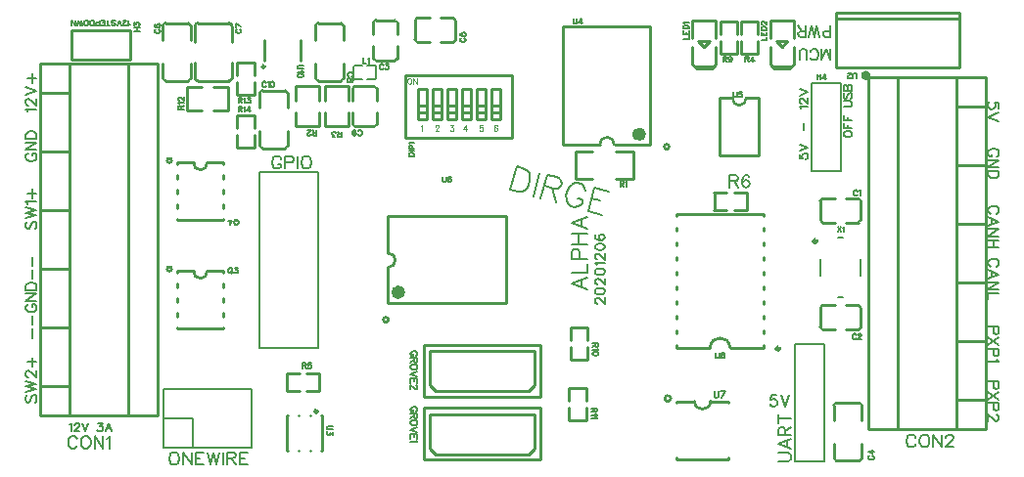
<source format=gto>
G04 Layer: TopSilkLayer*
G04 EasyEDA v6.4.7, 2020-12-07T12:31:00+11:00*
G04 abd5dd9122e84a36b54d064553817704,febe97c2bcdd4f57a3b586bf34626918,10*
G04 Gerber Generator version 0.2*
G04 Scale: 100 percent, Rotated: No, Reflected: No *
G04 Dimensions in millimeters *
G04 leading zeros omitted , absolute positions ,3 integer and 3 decimal *
%FSLAX33Y33*%
%MOMM*%
G90*
D02*

%ADD10C,0.254000*%
%ADD13C,0.599999*%
%ADD40C,0.203200*%
%ADD41C,0.202999*%
%ADD42C,0.150012*%
%ADD43C,0.200000*%
%ADD44C,0.299999*%
%ADD45C,0.399999*%
%ADD46C,0.152400*%
%ADD47C,0.076200*%

%LPD*%
G54D10*
G01X61168Y22490D02*
G01X60067Y22490D01*
G01X61168Y23991D02*
G01X60067Y23991D01*
G01X61768Y22496D02*
G01X62868Y22496D01*
G01X61768Y23996D02*
G01X62868Y23996D01*
G01X62868Y23991D02*
G01X62868Y22490D01*
G01X60068Y23991D02*
G01X60068Y22490D01*
G01X24211Y6869D02*
G01X23110Y6869D01*
G01X24211Y8370D02*
G01X23110Y8370D01*
G01X24811Y6875D02*
G01X25911Y6875D01*
G01X24811Y8375D02*
G01X25911Y8375D01*
G01X25911Y8370D02*
G01X25911Y6869D01*
G01X23111Y8370D02*
G01X23111Y6869D01*
G01X57454Y5943D02*
G01X58369Y5943D01*
G01X59740Y5943D02*
G01X60655Y5943D01*
G01X61305Y5928D02*
G01X61305Y5813D01*
G01X61305Y1044D02*
G01X61305Y929D01*
G01X56804Y929D01*
G01X56804Y1044D01*
G01X56804Y5813D02*
G01X56804Y5928D01*
G01X60655Y5943D02*
G01X61305Y5943D01*
G01X57454Y5943D02*
G01X56804Y5943D01*
G54D40*
G01X67056Y10922D02*
G01X69596Y10922D01*
G01X69596Y762D01*
G01X67056Y762D01*
G01X67056Y2667D01*
G54D41*
G01X67056Y10922D02*
G01X67056Y2667D01*
G54D40*
G01X20066Y1905D02*
G01X20066Y6985D01*
G01X12446Y6985D01*
G01X12446Y1905D01*
G01X20066Y1905D01*
G01X15197Y1905D01*
G01X12446Y4447D02*
G01X14986Y4447D01*
G01X14986Y1905D01*
G54D10*
G01X45004Y889D02*
G01X35004Y889D01*
G01X35004Y889D02*
G01X35004Y5390D01*
G01X45004Y889D02*
G01X45004Y5390D01*
G01X45004Y5390D02*
G01X35004Y5390D01*
G01X35505Y4538D02*
G01X35505Y1838D01*
G01X36003Y1341D01*
G01X44004Y1341D01*
G01X44505Y1838D01*
G01X44505Y2540D01*
G01X44508Y4839D01*
G01X44508Y4839D02*
G01X35505Y4839D01*
G01X35505Y4538D01*
G01X45004Y6350D02*
G01X35004Y6350D01*
G01X35004Y6350D02*
G01X35004Y10851D01*
G01X45004Y6350D02*
G01X45004Y10851D01*
G01X45004Y10851D02*
G01X35004Y10851D01*
G01X35505Y9999D02*
G01X35505Y7299D01*
G01X36003Y6802D01*
G01X44004Y6802D01*
G01X44505Y7299D01*
G01X44505Y8001D01*
G01X44508Y10300D01*
G01X44508Y10300D02*
G01X35505Y10300D01*
G01X35505Y9999D01*
G01X4319Y7240D02*
G01X1779Y7240D01*
G01X4319Y12320D02*
G01X1779Y12320D01*
G01X4319Y17400D02*
G01X1779Y17400D01*
G01X1779Y22480D02*
G01X4319Y22480D01*
G01X1779Y27560D02*
G01X4319Y27560D01*
G01X1779Y32640D02*
G01X4319Y32640D01*
G01X9399Y35180D02*
G01X9399Y4700D01*
G01X4319Y4700D01*
G01X4319Y35180D01*
G01X11939Y35180D02*
G01X11939Y4700D01*
G01X1779Y4700D01*
G01X1779Y35180D01*
G01X11939Y35180D01*
G01X81024Y31494D02*
G01X83564Y31494D01*
G01X81024Y26414D02*
G01X83564Y26414D01*
G01X81024Y21334D02*
G01X83564Y21334D01*
G01X83564Y16254D02*
G01X81024Y16254D01*
G01X83564Y11174D02*
G01X81024Y11174D01*
G01X83564Y6094D02*
G01X81024Y6094D01*
G01X75944Y3554D02*
G01X75944Y34034D01*
G01X81024Y34034D01*
G01X81024Y3554D01*
G01X73404Y3554D02*
G01X73404Y34034D01*
G01X83564Y34034D01*
G01X83564Y3554D01*
G01X73404Y3554D01*
G54D40*
G01X25781Y25781D02*
G01X25781Y10541D01*
G01X20701Y10541D01*
G01X20701Y25781D01*
G01X25781Y25781D01*
G54D10*
G01X28451Y31995D02*
G01X28451Y33246D01*
G01X26412Y31995D02*
G01X26412Y33246D01*
G01X28451Y30996D02*
G01X28451Y29745D01*
G01X26412Y30996D02*
G01X26412Y29745D01*
G01X28451Y33246D02*
G01X26412Y33246D01*
G01X28451Y29745D02*
G01X26412Y29745D01*
G01X34190Y37299D02*
G01X34190Y38899D01*
G01X37691Y37299D02*
G01X37691Y38900D01*
G01X35441Y39140D02*
G01X34391Y39140D01*
G01X35441Y37059D02*
G01X34391Y37059D01*
G01X36440Y39140D02*
G01X37490Y39140D01*
G01X36440Y37059D02*
G01X37490Y37059D01*
G01X37691Y37280D02*
G01X37691Y37299D01*
G01X37691Y37260D02*
G01X37691Y37299D01*
G01X37691Y38939D02*
G01X37691Y38900D01*
G01X34190Y37260D02*
G01X34190Y37299D01*
G01X34190Y38939D02*
G01X34190Y38899D01*
G01X30822Y38961D02*
G01X32422Y38961D01*
G01X30822Y35460D02*
G01X32423Y35460D01*
G01X32663Y37710D02*
G01X32663Y38760D01*
G01X30582Y37710D02*
G01X30582Y38760D01*
G01X32663Y36711D02*
G01X32663Y35661D01*
G01X30582Y36711D02*
G01X30582Y35661D01*
G01X30803Y35460D02*
G01X30822Y35460D01*
G01X30783Y35460D02*
G01X30822Y35460D01*
G01X32462Y35460D02*
G01X32423Y35460D01*
G01X30783Y38961D02*
G01X30822Y38961D01*
G01X32462Y38961D02*
G01X32422Y38961D01*
G54D42*
G01X28895Y33966D02*
G01X28895Y34867D01*
G01X29665Y33817D02*
G01X28995Y33817D01*
G01X30795Y33966D02*
G01X30795Y34867D01*
G01X30025Y33817D02*
G01X30695Y33817D01*
G01X30025Y35017D02*
G01X30695Y35017D01*
G01X29665Y35017D02*
G01X28995Y35017D01*
G01X30795Y33966D02*
G01X30795Y33917D01*
G01X30695Y33817D01*
G01X28895Y33966D02*
G01X28895Y33916D01*
G01X28995Y33817D01*
G01X28895Y34867D02*
G01X28895Y34917D01*
G01X28995Y35017D01*
G01X30795Y34867D02*
G01X30795Y34916D01*
G01X30695Y35017D01*
G54D10*
G01X18113Y33694D02*
G01X15413Y33694D01*
G01X18364Y37094D02*
G01X18364Y38394D01*
G01X15163Y37094D02*
G01X15163Y38394D01*
G01X18364Y35295D02*
G01X18364Y33995D01*
G01X15163Y35295D02*
G01X15163Y33995D01*
G01X18113Y38694D02*
G01X15413Y38694D01*
G01X18364Y33994D02*
G01X18364Y33995D01*
G01X18364Y38444D02*
G01X18364Y38394D01*
G01X15163Y38444D02*
G01X15163Y38394D01*
G01X18364Y33945D02*
G01X18364Y33994D01*
G01X15163Y33944D02*
G01X15163Y33995D01*
G01X16755Y31111D02*
G01X18006Y31111D01*
G01X16755Y33150D02*
G01X18006Y33150D01*
G01X15756Y31111D02*
G01X14505Y31111D01*
G01X15756Y33150D02*
G01X14505Y33150D01*
G01X18006Y31111D02*
G01X18006Y33150D01*
G01X14505Y31111D02*
G01X14505Y33150D01*
G01X18807Y34208D02*
G01X18807Y35309D01*
G01X20308Y34208D02*
G01X20308Y35309D01*
G01X18813Y33608D02*
G01X18813Y32508D01*
G01X20313Y33608D02*
G01X20313Y32508D01*
G01X20308Y32508D02*
G01X18807Y32508D01*
G01X20308Y35308D02*
G01X18807Y35308D01*
G01X14588Y33694D02*
G01X12589Y33694D01*
G01X14788Y37194D02*
G01X14788Y38394D01*
G01X12389Y37194D02*
G01X12389Y38394D01*
G01X14788Y35194D02*
G01X14788Y33995D01*
G01X12389Y35194D02*
G01X12389Y33995D01*
G01X14588Y38694D02*
G01X12589Y38694D01*
G01X14788Y38494D02*
G01X14788Y38394D01*
G01X12389Y38494D02*
G01X12389Y38394D01*
G01X14788Y33894D02*
G01X14788Y33995D01*
G01X12389Y33894D02*
G01X12389Y33995D01*
G01X18807Y29636D02*
G01X18807Y30737D01*
G01X20308Y29636D02*
G01X20308Y30737D01*
G01X18813Y29036D02*
G01X18813Y27936D01*
G01X20313Y29036D02*
G01X20313Y27936D01*
G01X20308Y27936D02*
G01X18807Y27936D01*
G01X20308Y30736D02*
G01X18807Y30736D01*
G01X25911Y31995D02*
G01X25911Y33246D01*
G01X23872Y31995D02*
G01X23872Y33246D01*
G01X25911Y30996D02*
G01X25911Y29745D01*
G01X23872Y30996D02*
G01X23872Y29745D01*
G01X25911Y33246D02*
G01X23872Y33246D01*
G01X25911Y29745D02*
G01X23872Y29745D01*
G01X29044Y33246D02*
G01X30644Y33246D01*
G01X29044Y29745D02*
G01X30645Y29745D01*
G01X30885Y31995D02*
G01X30885Y33045D01*
G01X28804Y31995D02*
G01X28804Y33045D01*
G01X30885Y30996D02*
G01X30885Y29946D01*
G01X28804Y30996D02*
G01X28804Y29946D01*
G01X29025Y29745D02*
G01X29044Y29745D01*
G01X29005Y29745D02*
G01X29044Y29745D01*
G01X30684Y29745D02*
G01X30645Y29745D01*
G01X29005Y33246D02*
G01X29044Y33246D01*
G01X30684Y33246D02*
G01X30644Y33246D01*
G01X24282Y37222D02*
G01X24282Y35422D01*
G01X21182Y37222D02*
G01X21182Y35422D01*
G01X27796Y33694D02*
G01X25797Y33694D01*
G01X27996Y37194D02*
G01X27996Y38394D01*
G01X25597Y37194D02*
G01X25597Y38394D01*
G01X27996Y35194D02*
G01X27996Y33995D01*
G01X25597Y35194D02*
G01X25597Y33995D01*
G01X27796Y38694D02*
G01X25797Y38694D01*
G01X27996Y38494D02*
G01X27996Y38394D01*
G01X25597Y38494D02*
G01X25597Y38394D01*
G01X27996Y33894D02*
G01X27996Y33995D01*
G01X25597Y33894D02*
G01X25597Y33995D01*
G01X20971Y32853D02*
G01X22970Y32853D01*
G01X20771Y29353D02*
G01X20771Y28153D01*
G01X23170Y29353D02*
G01X23170Y28153D01*
G01X20771Y31353D02*
G01X20771Y32552D01*
G01X23170Y31353D02*
G01X23170Y32552D01*
G01X20971Y27853D02*
G01X22970Y27853D01*
G01X20771Y28053D02*
G01X20771Y28153D01*
G01X23170Y28053D02*
G01X23170Y28153D01*
G01X20771Y32653D02*
G01X20771Y32552D01*
G01X23170Y32653D02*
G01X23170Y32552D01*
G01X42623Y28796D02*
G01X42623Y34195D01*
G01X33322Y34195D01*
G01X33322Y28796D01*
G01X42623Y28796D01*
G01X36957Y33020D02*
G01X37719Y33020D01*
G01X37719Y30353D01*
G01X36957Y30353D01*
G01X36957Y33020D01*
G01X36957Y31559D02*
G01X37719Y31559D01*
G01X37719Y30924D01*
G01X36957Y30924D01*
G01X36957Y31559D01*
G01X38227Y33020D02*
G01X38989Y33020D01*
G01X38989Y30353D01*
G01X38227Y30353D01*
G01X38227Y33020D01*
G01X38227Y31559D02*
G01X38989Y31559D01*
G01X38989Y30924D01*
G01X38227Y30924D01*
G01X38227Y31559D01*
G01X35687Y33020D02*
G01X36449Y33020D01*
G01X36449Y30353D01*
G01X35687Y30353D01*
G01X35687Y33020D01*
G01X35687Y31559D02*
G01X36449Y31559D01*
G01X36449Y30924D01*
G01X35687Y30924D01*
G01X35687Y31559D01*
G01X34417Y33020D02*
G01X35179Y33020D01*
G01X35179Y30353D01*
G01X34417Y30353D01*
G01X34417Y33020D01*
G01X34417Y31559D02*
G01X35179Y31559D01*
G01X35179Y30924D01*
G01X34417Y30924D01*
G01X34417Y31559D01*
G01X39497Y33020D02*
G01X40259Y33020D01*
G01X40259Y30353D01*
G01X39497Y30353D01*
G01X39497Y33020D01*
G01X39497Y31559D02*
G01X40259Y31559D01*
G01X40259Y30924D01*
G01X39497Y30924D01*
G01X39497Y31559D01*
G01X40767Y33020D02*
G01X41529Y33020D01*
G01X41529Y30353D01*
G01X40767Y30353D01*
G01X40767Y33020D01*
G01X40767Y31559D02*
G01X41529Y31559D01*
G01X41529Y30924D01*
G01X40767Y30924D01*
G01X40767Y31559D01*
G01X72743Y23279D02*
G01X72743Y21679D01*
G01X69242Y23279D02*
G01X69242Y21678D01*
G01X71492Y21438D02*
G01X72542Y21438D01*
G01X71492Y23519D02*
G01X72542Y23519D01*
G01X70493Y21438D02*
G01X69443Y21438D01*
G01X70493Y23519D02*
G01X69443Y23519D01*
G01X69242Y23298D02*
G01X69242Y23279D01*
G01X69242Y23318D02*
G01X69242Y23279D01*
G01X69242Y21639D02*
G01X69242Y21678D01*
G01X72743Y23318D02*
G01X72743Y23279D01*
G01X72743Y21639D02*
G01X72743Y21679D01*
G01X72743Y14008D02*
G01X72743Y12408D01*
G01X69242Y14008D02*
G01X69242Y12407D01*
G01X71492Y12167D02*
G01X72542Y12167D01*
G01X71492Y14248D02*
G01X72542Y14248D01*
G01X70493Y12167D02*
G01X69443Y12167D01*
G01X70493Y14248D02*
G01X69443Y14248D01*
G01X69242Y14027D02*
G01X69242Y14008D01*
G01X69242Y14047D02*
G01X69242Y14008D01*
G01X69242Y12368D02*
G01X69242Y12407D01*
G01X72743Y14047D02*
G01X72743Y14008D01*
G01X72743Y12368D02*
G01X72743Y12408D01*
G01X47636Y11221D02*
G01X47636Y12322D01*
G01X49137Y11221D02*
G01X49137Y12322D01*
G01X47642Y10621D02*
G01X47642Y9521D01*
G01X49142Y10621D02*
G01X49142Y9521D01*
G01X49137Y9521D02*
G01X47636Y9521D01*
G01X49137Y12321D02*
G01X47636Y12321D01*
G01X47509Y6014D02*
G01X47509Y7115D01*
G01X49010Y6014D02*
G01X49010Y7115D01*
G01X47515Y5414D02*
G01X47515Y4314D01*
G01X49015Y5414D02*
G01X49015Y4314D01*
G01X49010Y4314D02*
G01X47509Y4314D01*
G01X49010Y7114D02*
G01X47509Y7114D01*
G01X54521Y28173D02*
G01X54521Y38374D01*
G01X47002Y38374D01*
G01X47002Y28173D01*
G01X47002Y28173D02*
G01X50165Y28173D01*
G01X54521Y28173D02*
G01X51435Y28173D01*
G01X70628Y5802D02*
G01X72627Y5802D01*
G01X70428Y2302D02*
G01X70428Y1102D01*
G01X72827Y2302D02*
G01X72827Y1102D01*
G01X70428Y4302D02*
G01X70428Y5501D01*
G01X72827Y4302D02*
G01X72827Y5501D01*
G01X70628Y802D02*
G01X72627Y802D01*
G01X70428Y1002D02*
G01X70428Y1102D01*
G01X72827Y1002D02*
G01X72827Y1102D01*
G01X70428Y5602D02*
G01X70428Y5501D01*
G01X72827Y5602D02*
G01X72827Y5501D01*
G01X56828Y22181D02*
G01X64329Y22181D01*
G01X56828Y10581D02*
G01X56828Y10771D01*
G01X56828Y11834D02*
G01X56828Y12041D01*
G01X56828Y13104D02*
G01X56828Y13311D01*
G01X56828Y14374D02*
G01X56828Y14581D01*
G01X56828Y15644D02*
G01X56828Y15851D01*
G01X56828Y16914D02*
G01X56828Y17121D01*
G01X56828Y18184D02*
G01X56828Y18391D01*
G01X56828Y19454D02*
G01X56828Y19661D01*
G01X56828Y20724D02*
G01X56828Y20931D01*
G01X56828Y21994D02*
G01X56828Y22181D01*
G01X64329Y10581D02*
G01X64329Y10771D01*
G01X64329Y11834D02*
G01X64329Y12041D01*
G01X64329Y13104D02*
G01X64329Y13311D01*
G01X64329Y14374D02*
G01X64329Y14581D01*
G01X64329Y15644D02*
G01X64329Y15851D01*
G01X64329Y16914D02*
G01X64329Y17121D01*
G01X64329Y18184D02*
G01X64329Y18391D01*
G01X64329Y19454D02*
G01X64329Y19661D01*
G01X64329Y20724D02*
G01X64329Y20931D01*
G01X64329Y21994D02*
G01X64329Y22181D01*
G01X56828Y10581D02*
G01X59728Y10581D01*
G01X64329Y10581D02*
G01X61429Y10581D01*
G01X66930Y37400D02*
G01X66930Y38949D01*
G01X64898Y38949D01*
G01X64898Y37400D01*
G01X66955Y36612D02*
G01X66955Y35139D01*
G01X66549Y34733D01*
G01X65279Y34733D01*
G01X64898Y35114D01*
G01X64898Y36638D01*
G01X66414Y37174D02*
G01X65413Y37174D01*
G01X65413Y37174D01*
G01X65914Y36673D01*
G01X65914Y36673D01*
G01X66414Y37174D01*
G01X66714Y34974D02*
G01X65114Y34974D01*
G01X60199Y37400D02*
G01X60199Y38949D01*
G01X58167Y38949D01*
G01X58167Y37400D01*
G01X60224Y36612D02*
G01X60224Y35139D01*
G01X59818Y34733D01*
G01X58548Y34733D01*
G01X58167Y35114D01*
G01X58167Y36638D01*
G01X59683Y37174D02*
G01X58682Y37174D01*
G01X58682Y37174D01*
G01X59183Y36673D01*
G01X59183Y36673D01*
G01X59683Y37174D01*
G01X59983Y34974D02*
G01X58383Y34974D01*
G54D43*
G01X70744Y14925D02*
G01X71241Y14925D01*
G01X69293Y16824D02*
G01X69293Y18227D01*
G01X72692Y16824D02*
G01X72692Y18227D01*
G01X70744Y20126D02*
G01X71241Y20126D01*
G54D10*
G01X62368Y37764D02*
G01X62368Y38865D01*
G01X63869Y37764D02*
G01X63869Y38865D01*
G01X62374Y37164D02*
G01X62374Y36064D01*
G01X63874Y37164D02*
G01X63874Y36064D01*
G01X63869Y36064D02*
G01X62368Y36064D01*
G01X63869Y38864D02*
G01X62368Y38864D01*
G01X60590Y37764D02*
G01X60590Y38865D01*
G01X62091Y37764D02*
G01X62091Y38865D01*
G01X60596Y37164D02*
G01X60596Y36064D01*
G01X62096Y37164D02*
G01X62096Y36064D01*
G01X62091Y36064D02*
G01X60590Y36064D01*
G01X62091Y38864D02*
G01X60590Y38864D01*
G01X31856Y14439D02*
G01X42057Y14439D01*
G01X42057Y21958D01*
G01X31856Y21958D01*
G01X31856Y21958D02*
G01X31856Y18796D01*
G01X31856Y14439D02*
G01X31856Y17526D01*
G01X24158Y4700D02*
G01X24116Y4700D01*
G01X25159Y4700D02*
G01X25117Y4700D01*
G01X26137Y4700D02*
G01X26118Y4700D01*
G01X24156Y1700D02*
G01X24118Y1700D01*
G01X25157Y1700D02*
G01X25119Y1700D01*
G01X26137Y1700D02*
G01X26119Y1700D01*
G01X23181Y4700D02*
G01X23134Y4700D01*
G01X26137Y4700D02*
G01X26094Y4700D01*
G01X23181Y1700D02*
G01X23134Y1700D01*
G01X26137Y1700D02*
G01X26094Y1700D01*
G01X23134Y4701D02*
G01X23134Y1701D01*
G01X26134Y4701D02*
G01X26134Y1701D01*
G54D40*
G01X68453Y27813D02*
G01X68453Y25908D01*
G01X70993Y25908D01*
G01X70993Y33528D01*
G01X68453Y33528D01*
G54D41*
G01X68453Y33528D02*
G01X68453Y27813D01*
G54D10*
G01X13621Y26629D02*
G01X13621Y26485D01*
G01X13621Y25584D02*
G01X13621Y25215D01*
G01X17620Y26629D02*
G01X17620Y26485D01*
G01X17620Y25584D02*
G01X17620Y25215D01*
G01X17620Y24314D02*
G01X17620Y23945D01*
G01X17620Y23044D02*
G01X17620Y22675D01*
G01X15041Y26629D02*
G01X13621Y26629D01*
G01X13621Y24314D02*
G01X13621Y23945D01*
G01X13621Y23044D02*
G01X13621Y22675D01*
G01X13621Y21774D02*
G01X13621Y21630D01*
G01X17620Y26629D02*
G01X16220Y26629D01*
G01X17621Y21630D02*
G01X13621Y21630D01*
G01X17621Y21774D02*
G01X17621Y21630D01*
G01X13621Y17231D02*
G01X13621Y17087D01*
G01X13621Y16186D02*
G01X13621Y15817D01*
G01X17620Y17231D02*
G01X17620Y17087D01*
G01X17620Y16186D02*
G01X17620Y15817D01*
G01X17620Y14916D02*
G01X17620Y14547D01*
G01X17620Y13646D02*
G01X17620Y13277D01*
G01X15041Y17231D02*
G01X13621Y17231D01*
G01X13621Y14916D02*
G01X13621Y14547D01*
G01X13621Y13646D02*
G01X13621Y13277D01*
G01X13621Y12376D02*
G01X13621Y12232D01*
G01X17620Y17231D02*
G01X16220Y17231D01*
G01X17621Y12232D02*
G01X13621Y12232D01*
G01X17621Y12376D02*
G01X17621Y12232D01*
G01X62829Y32207D02*
G01X63929Y32207D01*
G01X63929Y27218D01*
G01X63929Y27218D02*
G01X60558Y27218D01*
G01X60558Y27218D02*
G01X60558Y32207D01*
G01X61649Y32207D01*
G01X81245Y39129D02*
G01X70646Y39129D01*
G01X70645Y39629D02*
G01X81246Y39629D01*
G01X81246Y34831D01*
G01X70645Y34831D01*
G01X70645Y39624D01*
G01X70645Y39629D01*
G01X4445Y38100D02*
G01X9525Y38100D01*
G01X9525Y35560D01*
G01X4445Y35560D01*
G01X4445Y38100D01*
G01X48045Y27615D02*
G01X48045Y25216D01*
G01X51545Y25216D02*
G01X53045Y25216D01*
G01X51545Y27615D02*
G01X53045Y27615D01*
G01X49545Y25216D02*
G01X48045Y25216D01*
G01X49545Y27615D02*
G01X48045Y27615D01*
G01X53045Y27615D02*
G01X53045Y25216D01*
G54D40*
G01X65443Y6469D02*
G01X64988Y6469D01*
G01X64942Y6060D01*
G01X64988Y6106D01*
G01X65123Y6151D01*
G01X65260Y6151D01*
G01X65397Y6106D01*
G01X65488Y6014D01*
G01X65534Y5880D01*
G01X65534Y5788D01*
G01X65488Y5651D01*
G01X65397Y5560D01*
G01X65260Y5514D01*
G01X65123Y5514D01*
G01X64988Y5560D01*
G01X64942Y5605D01*
G01X64897Y5697D01*
G01X65834Y6469D02*
G01X66197Y5514D01*
G01X66560Y6469D02*
G01X66197Y5514D01*
G01X70104Y35505D02*
G01X70104Y36460D01*
G01X70104Y35505D02*
G01X69740Y36460D01*
G01X69377Y35505D02*
G01X69740Y36460D01*
G01X69377Y35505D02*
G01X69377Y36460D01*
G01X68394Y35731D02*
G01X68440Y35640D01*
G01X68531Y35551D01*
G01X68623Y35505D01*
G01X68803Y35505D01*
G01X68894Y35551D01*
G01X68986Y35640D01*
G01X69032Y35731D01*
G01X69077Y35868D01*
G01X69077Y36094D01*
G01X69032Y36232D01*
G01X68986Y36323D01*
G01X68894Y36414D01*
G01X68803Y36460D01*
G01X68623Y36460D01*
G01X68531Y36414D01*
G01X68440Y36323D01*
G01X68394Y36232D01*
G01X68094Y35505D02*
G01X68094Y36186D01*
G01X68049Y36323D01*
G01X67957Y36414D01*
G01X67823Y36460D01*
G01X67731Y36460D01*
G01X67594Y36414D01*
G01X67503Y36323D01*
G01X67457Y36186D01*
G01X67457Y35505D01*
G01X70104Y37519D02*
G01X70104Y38474D01*
G01X70104Y37519D02*
G01X69695Y37519D01*
G01X69557Y37565D01*
G01X69512Y37611D01*
G01X69466Y37702D01*
G01X69466Y37839D01*
G01X69512Y37928D01*
G01X69557Y37974D01*
G01X69695Y38020D01*
G01X70104Y38020D01*
G01X69166Y37519D02*
G01X68940Y38474D01*
G01X68712Y37519D02*
G01X68940Y38474D01*
G01X68712Y37519D02*
G01X68486Y38474D01*
G01X68257Y37519D02*
G01X68486Y38474D01*
G01X67957Y37519D02*
G01X67957Y38474D01*
G01X67957Y37519D02*
G01X67548Y37519D01*
G01X67414Y37565D01*
G01X67368Y37611D01*
G01X67322Y37702D01*
G01X67322Y37794D01*
G01X67368Y37885D01*
G01X67414Y37928D01*
G01X67548Y37974D01*
G01X67957Y37974D01*
G01X67640Y37974D02*
G01X67322Y38474D01*
G01X49969Y14391D02*
G01X49928Y14391D01*
G01X49847Y14432D01*
G01X49806Y14472D01*
G01X49763Y14556D01*
G01X49763Y14719D01*
G01X49806Y14800D01*
G01X49847Y14841D01*
G01X49928Y14881D01*
G01X50010Y14881D01*
G01X50091Y14841D01*
G01X50215Y14759D01*
G01X50624Y14351D01*
G01X50624Y14922D01*
G01X49763Y15438D02*
G01X49806Y15316D01*
G01X49928Y15234D01*
G01X50131Y15194D01*
G01X50256Y15194D01*
G01X50459Y15234D01*
G01X50584Y15316D01*
G01X50624Y15438D01*
G01X50624Y15521D01*
G01X50584Y15643D01*
G01X50459Y15725D01*
G01X50256Y15765D01*
G01X50131Y15765D01*
G01X49928Y15725D01*
G01X49806Y15643D01*
G01X49763Y15521D01*
G01X49763Y15438D01*
G01X49969Y16078D02*
G01X49928Y16078D01*
G01X49847Y16118D01*
G01X49806Y16159D01*
G01X49763Y16240D01*
G01X49763Y16405D01*
G01X49806Y16487D01*
G01X49847Y16527D01*
G01X49928Y16568D01*
G01X50010Y16568D01*
G01X50091Y16527D01*
G01X50215Y16446D01*
G01X50624Y16037D01*
G01X50624Y16609D01*
G01X49763Y17124D02*
G01X49806Y17002D01*
G01X49928Y16918D01*
G01X50131Y16878D01*
G01X50256Y16878D01*
G01X50459Y16918D01*
G01X50584Y17002D01*
G01X50624Y17124D01*
G01X50624Y17205D01*
G01X50584Y17330D01*
G01X50459Y17411D01*
G01X50256Y17452D01*
G01X50131Y17452D01*
G01X49928Y17411D01*
G01X49806Y17330D01*
G01X49763Y17205D01*
G01X49763Y17124D01*
G01X49928Y17721D02*
G01X49888Y17802D01*
G01X49763Y17927D01*
G01X50624Y17927D01*
G01X49969Y18237D02*
G01X49928Y18237D01*
G01X49847Y18277D01*
G01X49806Y18318D01*
G01X49763Y18399D01*
G01X49763Y18564D01*
G01X49806Y18646D01*
G01X49847Y18686D01*
G01X49928Y18727D01*
G01X50010Y18727D01*
G01X50091Y18686D01*
G01X50215Y18605D01*
G01X50624Y18196D01*
G01X50624Y18768D01*
G01X49763Y19283D02*
G01X49806Y19161D01*
G01X49928Y19080D01*
G01X50131Y19039D01*
G01X50256Y19039D01*
G01X50459Y19080D01*
G01X50584Y19161D01*
G01X50624Y19283D01*
G01X50624Y19367D01*
G01X50584Y19489D01*
G01X50459Y19570D01*
G01X50256Y19611D01*
G01X50131Y19611D01*
G01X49928Y19570D01*
G01X49806Y19489D01*
G01X49763Y19367D01*
G01X49763Y19283D01*
G01X49888Y20373D02*
G01X49806Y20332D01*
G01X49763Y20208D01*
G01X49763Y20126D01*
G01X49806Y20005D01*
G01X49928Y19923D01*
G01X50131Y19883D01*
G01X50337Y19883D01*
G01X50500Y19923D01*
G01X50584Y20005D01*
G01X50624Y20126D01*
G01X50624Y20167D01*
G01X50584Y20292D01*
G01X50500Y20373D01*
G01X50378Y20413D01*
G01X50337Y20413D01*
G01X50215Y20373D01*
G01X50131Y20292D01*
G01X50091Y20167D01*
G01X50091Y20126D01*
G01X50131Y20005D01*
G01X50215Y19923D01*
G01X50337Y19883D01*
G01X47736Y16129D02*
G01X49072Y15621D01*
G01X47736Y16129D02*
G01X49072Y16639D01*
G01X48628Y15811D02*
G01X48628Y16449D01*
G01X47736Y17058D02*
G01X49072Y17058D01*
G01X49072Y17058D02*
G01X49072Y17823D01*
G01X47736Y18242D02*
G01X49072Y18242D01*
G01X47736Y18242D02*
G01X47736Y18816D01*
G01X47800Y19006D01*
G01X47863Y19070D01*
G01X47990Y19133D01*
G01X48181Y19133D01*
G01X48308Y19070D01*
G01X48371Y19006D01*
G01X48435Y18816D01*
G01X48435Y18242D01*
G01X47736Y19552D02*
G01X49072Y19552D01*
G01X47736Y20444D02*
G01X49072Y20444D01*
G01X48371Y19552D02*
G01X48371Y20444D01*
G01X47736Y21374D02*
G01X49072Y20863D01*
G01X47736Y21374D02*
G01X49072Y21882D01*
G01X48628Y21056D02*
G01X48628Y21691D01*
G01X42992Y26274D02*
G01X42448Y24245D01*
G01X42992Y26274D02*
G01X43669Y26092D01*
G01X43933Y25919D01*
G01X44073Y25674D01*
G01X44119Y25454D01*
G01X44137Y25139D01*
G01X44007Y24655D01*
G01X43834Y24392D01*
G01X43684Y24224D01*
G01X43441Y24084D01*
G01X43126Y24063D01*
G01X42448Y24245D01*
G01X44982Y25741D02*
G01X44438Y23712D01*
G01X45620Y25570D02*
G01X45076Y23541D01*
G01X45620Y25570D02*
G01X46488Y25337D01*
G01X46752Y25164D01*
G01X46824Y25039D01*
G01X46868Y24822D01*
G01X46816Y24629D01*
G01X46669Y24460D01*
G01X46545Y24391D01*
G01X46229Y24370D01*
G01X45361Y24603D01*
G01X46035Y24422D02*
G01X46428Y23178D01*
G01X48927Y24165D02*
G01X48884Y24385D01*
G01X48742Y24631D01*
G01X48576Y24778D01*
G01X48188Y24881D01*
G01X47969Y24838D01*
G01X47726Y24695D01*
G01X47576Y24528D01*
G01X47402Y24264D01*
G01X47273Y23780D01*
G01X47291Y23465D01*
G01X47337Y23245D01*
G01X47477Y23003D01*
G01X47645Y22852D01*
G01X48032Y22749D01*
G01X48250Y22795D01*
G01X48495Y22935D01*
G01X48643Y23103D01*
G01X48720Y23393D01*
G01X48240Y23521D02*
G01X48720Y23393D01*
G01X49695Y24478D02*
G01X49151Y22449D01*
G01X49695Y24478D02*
G01X50951Y24141D01*
G01X49436Y23511D02*
G01X50209Y23304D01*
G01X49151Y22449D02*
G01X50407Y22112D01*
G01X4318Y3921D02*
G01X4386Y3957D01*
G01X4488Y4058D01*
G01X4488Y3342D01*
G01X4747Y3888D02*
G01X4747Y3921D01*
G01X4782Y3990D01*
G01X4815Y4025D01*
G01X4884Y4058D01*
G01X5019Y4058D01*
G01X5087Y4025D01*
G01X5123Y3990D01*
G01X5156Y3921D01*
G01X5156Y3853D01*
G01X5123Y3787D01*
G01X5054Y3683D01*
G01X4714Y3342D01*
G01X5191Y3342D01*
G01X5415Y4058D02*
G01X5689Y3342D01*
G01X5961Y4058D02*
G01X5689Y3342D01*
G01X6779Y4058D02*
G01X7155Y4058D01*
G01X6949Y3787D01*
G01X7051Y3787D01*
G01X7119Y3751D01*
G01X7155Y3718D01*
G01X7188Y3614D01*
G01X7188Y3548D01*
G01X7155Y3444D01*
G01X7086Y3378D01*
G01X6985Y3342D01*
G01X6880Y3342D01*
G01X6779Y3378D01*
G01X6746Y3411D01*
G01X6710Y3479D01*
G01X7686Y4058D02*
G01X7414Y3342D01*
G01X7686Y4058D02*
G01X7957Y3342D01*
G01X7515Y3581D02*
G01X7856Y3581D01*
G01X71252Y29034D02*
G01X71285Y28966D01*
G01X71353Y28897D01*
G01X71422Y28862D01*
G01X71523Y28829D01*
G01X71696Y28829D01*
G01X71798Y28862D01*
G01X71866Y28897D01*
G01X71932Y28966D01*
G01X71968Y29034D01*
G01X71968Y29169D01*
G01X71932Y29237D01*
G01X71866Y29306D01*
G01X71798Y29339D01*
G01X71696Y29375D01*
G01X71523Y29375D01*
G01X71422Y29339D01*
G01X71353Y29306D01*
G01X71285Y29237D01*
G01X71252Y29169D01*
G01X71252Y29034D01*
G01X71252Y29598D02*
G01X71968Y29598D01*
G01X71252Y29598D02*
G01X71252Y30043D01*
G01X71592Y29598D02*
G01X71592Y29872D01*
G01X71252Y30266D02*
G01X71968Y30266D01*
G01X71252Y30266D02*
G01X71252Y30711D01*
G01X71592Y30266D02*
G01X71592Y30540D01*
G01X71252Y31460D02*
G01X71762Y31460D01*
G01X71866Y31496D01*
G01X71932Y31562D01*
G01X71968Y31666D01*
G01X71968Y31734D01*
G01X71932Y31836D01*
G01X71866Y31904D01*
G01X71762Y31937D01*
G01X71252Y31937D01*
G01X71353Y32641D02*
G01X71285Y32572D01*
G01X71252Y32468D01*
G01X71252Y32334D01*
G01X71285Y32230D01*
G01X71353Y32164D01*
G01X71422Y32164D01*
G01X71490Y32197D01*
G01X71523Y32230D01*
G01X71559Y32298D01*
G01X71628Y32504D01*
G01X71661Y32572D01*
G01X71696Y32605D01*
G01X71762Y32641D01*
G01X71866Y32641D01*
G01X71932Y32572D01*
G01X71968Y32468D01*
G01X71968Y32334D01*
G01X71932Y32230D01*
G01X71866Y32164D01*
G01X71252Y32865D02*
G01X71968Y32865D01*
G01X71252Y32865D02*
G01X71252Y33172D01*
G01X71285Y33274D01*
G01X71320Y33309D01*
G01X71389Y33342D01*
G01X71457Y33342D01*
G01X71523Y33309D01*
G01X71559Y33274D01*
G01X71592Y33172D01*
G01X71592Y32865D02*
G01X71592Y33172D01*
G01X71628Y33274D01*
G01X71661Y33309D01*
G01X71729Y33342D01*
G01X71831Y33342D01*
G01X71899Y33309D01*
G01X71932Y33274D01*
G01X71968Y33172D01*
G01X71968Y32865D01*
G01X67442Y27332D02*
G01X67442Y26992D01*
G01X67749Y26957D01*
G01X67713Y26992D01*
G01X67680Y27094D01*
G01X67680Y27195D01*
G01X67713Y27299D01*
G01X67782Y27365D01*
G01X67886Y27401D01*
G01X67952Y27401D01*
G01X68056Y27365D01*
G01X68122Y27299D01*
G01X68158Y27195D01*
G01X68158Y27094D01*
G01X68122Y26992D01*
G01X68089Y26957D01*
G01X68021Y26924D01*
G01X67442Y27625D02*
G01X68158Y27899D01*
G01X67442Y28171D02*
G01X68158Y27899D01*
G01X67851Y29446D02*
G01X67851Y30060D01*
G01X67579Y31335D02*
G01X67543Y31404D01*
G01X67442Y31506D01*
G01X68158Y31506D01*
G01X67612Y31765D02*
G01X67579Y31765D01*
G01X67510Y31798D01*
G01X67475Y31833D01*
G01X67442Y31902D01*
G01X67442Y32037D01*
G01X67475Y32105D01*
G01X67510Y32141D01*
G01X67579Y32174D01*
G01X67647Y32174D01*
G01X67713Y32141D01*
G01X67818Y32072D01*
G01X68158Y31729D01*
G01X68158Y32207D01*
G01X67442Y32433D02*
G01X68158Y32705D01*
G01X67442Y32979D02*
G01X68158Y32705D01*
G01X9525Y38574D02*
G01X9479Y38552D01*
G01X9410Y38483D01*
G01X9410Y38961D01*
G01X9237Y38597D02*
G01X9237Y38574D01*
G01X9215Y38529D01*
G01X9192Y38506D01*
G01X9146Y38483D01*
G01X9057Y38483D01*
G01X9011Y38506D01*
G01X8989Y38529D01*
G01X8966Y38574D01*
G01X8966Y38620D01*
G01X8989Y38666D01*
G01X9034Y38735D01*
G01X9260Y38961D01*
G01X8943Y38961D01*
G01X8793Y38483D02*
G01X8610Y38961D01*
G01X8430Y38483D02*
G01X8610Y38961D01*
G01X7960Y38552D02*
G01X8006Y38506D01*
G01X8074Y38483D01*
G01X8166Y38483D01*
G01X8234Y38506D01*
G01X8280Y38552D01*
G01X8280Y38597D01*
G01X8257Y38643D01*
G01X8234Y38666D01*
G01X8188Y38689D01*
G01X8051Y38735D01*
G01X8006Y38757D01*
G01X7983Y38780D01*
G01X7960Y38826D01*
G01X7960Y38892D01*
G01X8006Y38938D01*
G01X8074Y38961D01*
G01X8166Y38961D01*
G01X8234Y38938D01*
G01X8280Y38892D01*
G01X7653Y38483D02*
G01X7653Y38961D01*
G01X7810Y38483D02*
G01X7493Y38483D01*
G01X7343Y38483D02*
G01X7343Y38961D01*
G01X7343Y38483D02*
G01X7048Y38483D01*
G01X7343Y38712D02*
G01X7160Y38712D01*
G01X7343Y38961D02*
G01X7048Y38961D01*
G01X6898Y38483D02*
G01X6898Y38961D01*
G01X6898Y38483D02*
G01X6692Y38483D01*
G01X6624Y38506D01*
G01X6601Y38529D01*
G01X6578Y38574D01*
G01X6578Y38643D01*
G01X6601Y38689D01*
G01X6624Y38712D01*
G01X6692Y38735D01*
G01X6898Y38735D01*
G01X6428Y38483D02*
G01X6428Y38961D01*
G01X6428Y38483D02*
G01X6271Y38483D01*
G01X6202Y38506D01*
G01X6156Y38552D01*
G01X6134Y38597D01*
G01X6111Y38666D01*
G01X6111Y38780D01*
G01X6134Y38849D01*
G01X6156Y38892D01*
G01X6202Y38938D01*
G01X6271Y38961D01*
G01X6428Y38961D01*
G01X5824Y38483D02*
G01X5869Y38506D01*
G01X5915Y38552D01*
G01X5938Y38597D01*
G01X5961Y38666D01*
G01X5961Y38780D01*
G01X5938Y38849D01*
G01X5915Y38892D01*
G01X5869Y38938D01*
G01X5824Y38961D01*
G01X5735Y38961D01*
G01X5689Y38938D01*
G01X5643Y38892D01*
G01X5621Y38849D01*
G01X5598Y38780D01*
G01X5598Y38666D01*
G01X5621Y38597D01*
G01X5643Y38552D01*
G01X5689Y38506D01*
G01X5735Y38483D01*
G01X5824Y38483D01*
G01X5448Y38483D02*
G01X5334Y38961D01*
G01X5219Y38483D02*
G01X5334Y38961D01*
G01X5219Y38483D02*
G01X5107Y38961D01*
G01X4993Y38483D02*
G01X5107Y38961D01*
G01X4843Y38483D02*
G01X4843Y38961D01*
G01X4843Y38483D02*
G01X4523Y38961D01*
G01X4523Y38483D02*
G01X4523Y38961D01*
G01X84701Y31330D02*
G01X84701Y31785D01*
G01X84292Y31831D01*
G01X84338Y31785D01*
G01X84383Y31650D01*
G01X84383Y31513D01*
G01X84338Y31376D01*
G01X84246Y31285D01*
G01X84112Y31239D01*
G01X84020Y31239D01*
G01X83883Y31285D01*
G01X83792Y31376D01*
G01X83746Y31513D01*
G01X83746Y31650D01*
G01X83792Y31785D01*
G01X83837Y31831D01*
G01X83929Y31877D01*
G01X84701Y30939D02*
G01X83746Y30576D01*
G01X84701Y30213D02*
G01X83746Y30576D01*
G01X84475Y27132D02*
G01X84566Y27178D01*
G01X84655Y27266D01*
G01X84701Y27358D01*
G01X84701Y27541D01*
G01X84655Y27632D01*
G01X84566Y27721D01*
G01X84475Y27767D01*
G01X84338Y27813D01*
G01X84112Y27813D01*
G01X83974Y27767D01*
G01X83883Y27721D01*
G01X83792Y27632D01*
G01X83746Y27541D01*
G01X83746Y27358D01*
G01X83792Y27266D01*
G01X83883Y27178D01*
G01X83974Y27132D01*
G01X84112Y27132D01*
G01X84112Y27358D02*
G01X84112Y27132D01*
G01X84701Y26832D02*
G01X83746Y26832D01*
G01X84701Y26832D02*
G01X83746Y26195D01*
G01X84701Y26195D02*
G01X83746Y26195D01*
G01X84701Y25895D02*
G01X83746Y25895D01*
G01X84701Y25895D02*
G01X84701Y25577D01*
G01X84655Y25440D01*
G01X84566Y25349D01*
G01X84475Y25303D01*
G01X84338Y25257D01*
G01X84112Y25257D01*
G01X83974Y25303D01*
G01X83883Y25349D01*
G01X83792Y25440D01*
G01X83746Y25577D01*
G01X83746Y25895D01*
G01X84475Y22176D02*
G01X84566Y22222D01*
G01X84655Y22313D01*
G01X84701Y22405D01*
G01X84701Y22585D01*
G01X84655Y22677D01*
G01X84566Y22768D01*
G01X84475Y22814D01*
G01X84338Y22860D01*
G01X84112Y22860D01*
G01X83974Y22814D01*
G01X83883Y22768D01*
G01X83792Y22677D01*
G01X83746Y22585D01*
G01X83746Y22405D01*
G01X83792Y22313D01*
G01X83883Y22222D01*
G01X83974Y22176D01*
G01X84701Y21513D02*
G01X83746Y21877D01*
G01X84701Y21513D02*
G01X83746Y21150D01*
G01X84066Y21739D02*
G01X84066Y21285D01*
G01X84701Y20850D02*
G01X83746Y20850D01*
G01X84701Y20850D02*
G01X83746Y20213D01*
G01X84701Y20213D02*
G01X83746Y20213D01*
G01X84701Y19913D02*
G01X83746Y19913D01*
G01X84701Y19276D02*
G01X83746Y19276D01*
G01X84246Y19913D02*
G01X84246Y19276D01*
G01X84475Y17594D02*
G01X84566Y17640D01*
G01X84655Y17731D01*
G01X84701Y17823D01*
G01X84701Y18003D01*
G01X84655Y18094D01*
G01X84566Y18186D01*
G01X84475Y18232D01*
G01X84338Y18277D01*
G01X84112Y18277D01*
G01X83974Y18232D01*
G01X83883Y18186D01*
G01X83792Y18094D01*
G01X83746Y18003D01*
G01X83746Y17823D01*
G01X83792Y17731D01*
G01X83883Y17640D01*
G01X83974Y17594D01*
G01X84701Y16931D02*
G01X83746Y17294D01*
G01X84701Y16931D02*
G01X83746Y16568D01*
G01X84066Y17157D02*
G01X84066Y16703D01*
G01X84701Y16268D02*
G01X83746Y16268D01*
G01X84701Y16268D02*
G01X83746Y15631D01*
G01X84701Y15631D02*
G01X83746Y15631D01*
G01X84701Y15331D02*
G01X83746Y15331D01*
G01X83746Y15331D02*
G01X83746Y14785D01*
G01X84701Y12385D02*
G01X83746Y12385D01*
G01X84701Y12385D02*
G01X84701Y11976D01*
G01X84655Y11841D01*
G01X84609Y11795D01*
G01X84521Y11750D01*
G01X84383Y11750D01*
G01X84292Y11795D01*
G01X84246Y11841D01*
G01X84201Y11976D01*
G01X84201Y12385D01*
G01X84701Y11450D02*
G01X83746Y10812D01*
G01X84701Y10812D02*
G01X83746Y11450D01*
G01X84701Y10513D02*
G01X83746Y10513D01*
G01X84701Y10513D02*
G01X84701Y10104D01*
G01X84655Y9966D01*
G01X84609Y9921D01*
G01X84521Y9878D01*
G01X84383Y9878D01*
G01X84292Y9921D01*
G01X84246Y9966D01*
G01X84201Y10104D01*
G01X84201Y10513D01*
G01X84521Y9575D02*
G01X84566Y9486D01*
G01X84701Y9349D01*
G01X83746Y9349D01*
G01X84701Y7650D02*
G01X83746Y7650D01*
G01X84701Y7650D02*
G01X84701Y7241D01*
G01X84655Y7104D01*
G01X84609Y7058D01*
G01X84521Y7012D01*
G01X84383Y7012D01*
G01X84292Y7058D01*
G01X84246Y7104D01*
G01X84201Y7241D01*
G01X84201Y7650D01*
G01X84701Y6713D02*
G01X83746Y6078D01*
G01X84701Y6078D02*
G01X83746Y6713D01*
G01X84701Y5775D02*
G01X83746Y5775D01*
G01X84701Y5775D02*
G01X84701Y5367D01*
G01X84655Y5232D01*
G01X84609Y5186D01*
G01X84521Y5140D01*
G01X84383Y5140D01*
G01X84292Y5186D01*
G01X84246Y5232D01*
G01X84201Y5367D01*
G01X84201Y5775D01*
G01X84475Y4795D02*
G01X84521Y4795D01*
G01X84609Y4749D01*
G01X84655Y4704D01*
G01X84701Y4612D01*
G01X84701Y4432D01*
G01X84655Y4340D01*
G01X84609Y4295D01*
G01X84521Y4249D01*
G01X84429Y4249D01*
G01X84338Y4295D01*
G01X84201Y4386D01*
G01X83746Y4841D01*
G01X83746Y4203D01*
G01X650Y6479D02*
G01X561Y6388D01*
G01X515Y6250D01*
G01X515Y6068D01*
G01X561Y5933D01*
G01X650Y5842D01*
G01X741Y5842D01*
G01X833Y5887D01*
G01X878Y5933D01*
G01X924Y6024D01*
G01X1016Y6296D01*
G01X1059Y6388D01*
G01X1104Y6433D01*
G01X1196Y6479D01*
G01X1333Y6479D01*
G01X1424Y6388D01*
G01X1470Y6250D01*
G01X1470Y6068D01*
G01X1424Y5933D01*
G01X1333Y5842D01*
G01X515Y6779D02*
G01X1470Y7005D01*
G01X515Y7233D02*
G01X1470Y7005D01*
G01X515Y7233D02*
G01X1470Y7459D01*
G01X515Y7688D02*
G01X1470Y7459D01*
G01X741Y8034D02*
G01X695Y8034D01*
G01X607Y8077D01*
G01X561Y8122D01*
G01X515Y8214D01*
G01X515Y8397D01*
G01X561Y8488D01*
G01X607Y8531D01*
G01X695Y8577D01*
G01X787Y8577D01*
G01X878Y8531D01*
G01X1016Y8442D01*
G01X1470Y7988D01*
G01X1470Y8623D01*
G01X650Y9331D02*
G01X1470Y9331D01*
G01X1059Y8923D02*
G01X1059Y9740D01*
G01X1059Y11442D02*
G01X1059Y12260D01*
G01X1059Y12560D02*
G01X1059Y13378D01*
G01X741Y14361D02*
G01X650Y14315D01*
G01X561Y14224D01*
G01X515Y14132D01*
G01X515Y13952D01*
G01X561Y13860D01*
G01X650Y13769D01*
G01X741Y13723D01*
G01X878Y13677D01*
G01X1104Y13677D01*
G01X1242Y13723D01*
G01X1333Y13769D01*
G01X1424Y13860D01*
G01X1470Y13952D01*
G01X1470Y14132D01*
G01X1424Y14224D01*
G01X1333Y14315D01*
G01X1242Y14361D01*
G01X1104Y14361D01*
G01X1104Y14132D02*
G01X1104Y14361D01*
G01X515Y14660D02*
G01X1470Y14660D01*
G01X515Y14660D02*
G01X1470Y15295D01*
G01X515Y15295D02*
G01X1470Y15295D01*
G01X515Y15595D02*
G01X1470Y15595D01*
G01X515Y15595D02*
G01X515Y15915D01*
G01X561Y16050D01*
G01X650Y16141D01*
G01X741Y16187D01*
G01X878Y16233D01*
G01X1104Y16233D01*
G01X1242Y16187D01*
G01X1333Y16141D01*
G01X1424Y16050D01*
G01X1470Y15915D01*
G01X1470Y15595D01*
G01X1059Y16532D02*
G01X1059Y17350D01*
G01X1059Y17650D02*
G01X1059Y18468D01*
G01X650Y21506D02*
G01X561Y21414D01*
G01X515Y21277D01*
G01X515Y21097D01*
G01X561Y20960D01*
G01X650Y20868D01*
G01X741Y20868D01*
G01X833Y20914D01*
G01X878Y20960D01*
G01X924Y21051D01*
G01X1016Y21323D01*
G01X1059Y21414D01*
G01X1104Y21460D01*
G01X1196Y21506D01*
G01X1333Y21506D01*
G01X1424Y21414D01*
G01X1470Y21277D01*
G01X1470Y21097D01*
G01X1424Y20960D01*
G01X1333Y20868D01*
G01X515Y21805D02*
G01X1470Y22031D01*
G01X515Y22260D02*
G01X1470Y22031D01*
G01X515Y22260D02*
G01X1470Y22486D01*
G01X515Y22715D02*
G01X1470Y22486D01*
G01X695Y23014D02*
G01X650Y23106D01*
G01X515Y23241D01*
G01X1470Y23241D01*
G01X650Y23952D02*
G01X1470Y23952D01*
G01X1059Y23540D02*
G01X1059Y24361D01*
G01X741Y27442D02*
G01X650Y27396D01*
G01X561Y27305D01*
G01X515Y27213D01*
G01X515Y27033D01*
G01X561Y26941D01*
G01X650Y26850D01*
G01X741Y26804D01*
G01X878Y26758D01*
G01X1104Y26758D01*
G01X1242Y26804D01*
G01X1333Y26850D01*
G01X1424Y26941D01*
G01X1470Y27033D01*
G01X1470Y27213D01*
G01X1424Y27305D01*
G01X1333Y27396D01*
G01X1242Y27442D01*
G01X1104Y27442D01*
G01X1104Y27213D02*
G01X1104Y27442D01*
G01X515Y27741D02*
G01X1470Y27741D01*
G01X515Y27741D02*
G01X1470Y28379D01*
G01X515Y28379D02*
G01X1470Y28379D01*
G01X515Y28679D02*
G01X1470Y28679D01*
G01X515Y28679D02*
G01X515Y28996D01*
G01X561Y29133D01*
G01X650Y29222D01*
G01X741Y29268D01*
G01X878Y29314D01*
G01X1104Y29314D01*
G01X1242Y29268D01*
G01X1333Y29222D01*
G01X1424Y29133D01*
G01X1470Y28996D01*
G01X1470Y28679D01*
G01X695Y31015D02*
G01X650Y31104D01*
G01X515Y31242D01*
G01X1470Y31242D01*
G01X741Y31587D02*
G01X695Y31587D01*
G01X607Y31633D01*
G01X561Y31678D01*
G01X515Y31770D01*
G01X515Y31950D01*
G01X561Y32042D01*
G01X607Y32087D01*
G01X695Y32133D01*
G01X787Y32133D01*
G01X878Y32087D01*
G01X1016Y31996D01*
G01X1470Y31541D01*
G01X1470Y32179D01*
G01X515Y32478D02*
G01X1470Y32842D01*
G01X515Y33205D02*
G01X1470Y32842D01*
G01X650Y33914D02*
G01X1470Y33914D01*
G01X1059Y33505D02*
G01X1059Y34323D01*
G54D46*
G01X61419Y25537D02*
G01X61419Y24447D01*
G01X61419Y25537D02*
G01X61886Y25537D01*
G01X62041Y25486D01*
G01X62094Y25433D01*
G01X62145Y25328D01*
G01X62145Y25224D01*
G01X62094Y25120D01*
G01X62041Y25069D01*
G01X61886Y25019D01*
G01X61419Y25019D01*
G01X61782Y25019D02*
G01X62145Y24447D01*
G01X63113Y25382D02*
G01X63059Y25486D01*
G01X62904Y25537D01*
G01X62800Y25537D01*
G01X62645Y25486D01*
G01X62541Y25328D01*
G01X62488Y25069D01*
G01X62488Y24810D01*
G01X62541Y24602D01*
G01X62645Y24498D01*
G01X62800Y24447D01*
G01X62854Y24447D01*
G01X63009Y24498D01*
G01X63113Y24602D01*
G01X63164Y24757D01*
G01X63164Y24810D01*
G01X63113Y24965D01*
G01X63009Y25069D01*
G01X62854Y25120D01*
G01X62800Y25120D01*
G01X62645Y25069D01*
G01X62541Y24965D01*
G01X62488Y24810D01*
G01X24462Y9268D02*
G01X24462Y8790D01*
G01X24462Y9268D02*
G01X24665Y9268D01*
G01X24734Y9245D01*
G01X24757Y9222D01*
G01X24780Y9177D01*
G01X24780Y9131D01*
G01X24757Y9085D01*
G01X24734Y9062D01*
G01X24665Y9039D01*
G01X24462Y9039D01*
G01X24620Y9039D02*
G01X24780Y8790D01*
G01X25201Y9268D02*
G01X24975Y9268D01*
G01X24952Y9062D01*
G01X24975Y9085D01*
G01X25044Y9108D01*
G01X25112Y9108D01*
G01X25179Y9085D01*
G01X25224Y9039D01*
G01X25247Y8971D01*
G01X25247Y8925D01*
G01X25224Y8859D01*
G01X25179Y8813D01*
G01X25112Y8790D01*
G01X25044Y8790D01*
G01X24975Y8813D01*
G01X24952Y8836D01*
G01X24930Y8882D01*
G01X60071Y6827D02*
G01X60071Y6418D01*
G01X60098Y6337D01*
G01X60152Y6283D01*
G01X60233Y6256D01*
G01X60289Y6256D01*
G01X60370Y6283D01*
G01X60426Y6337D01*
G01X60452Y6418D01*
G01X60452Y6827D01*
G01X61015Y6827D02*
G01X60741Y6256D01*
G01X60632Y6827D02*
G01X61015Y6827D01*
G01X65648Y762D02*
G01X66428Y762D01*
G01X66583Y812D01*
G01X66687Y916D01*
G01X66738Y1074D01*
G01X66738Y1178D01*
G01X66687Y1333D01*
G01X66583Y1437D01*
G01X66428Y1488D01*
G01X65648Y1488D01*
G01X65648Y2247D02*
G01X66738Y1831D01*
G01X65648Y2247D02*
G01X66738Y2664D01*
G01X66375Y1988D02*
G01X66375Y2506D01*
G01X65648Y3007D02*
G01X66738Y3007D01*
G01X65648Y3007D02*
G01X65648Y3474D01*
G01X65699Y3629D01*
G01X65752Y3683D01*
G01X65857Y3733D01*
G01X65961Y3733D01*
G01X66065Y3683D01*
G01X66116Y3629D01*
G01X66167Y3474D01*
G01X66167Y3007D01*
G01X66167Y3370D02*
G01X66738Y3733D01*
G01X65648Y4439D02*
G01X66738Y4439D01*
G01X65648Y4076D02*
G01X65648Y4803D01*
G01X13266Y1534D02*
G01X13162Y1483D01*
G01X13058Y1379D01*
G01X13004Y1275D01*
G01X12954Y1117D01*
G01X12954Y858D01*
G01X13004Y703D01*
G01X13058Y599D01*
G01X13162Y495D01*
G01X13266Y444D01*
G01X13474Y444D01*
G01X13576Y495D01*
G01X13680Y599D01*
G01X13733Y703D01*
G01X13784Y858D01*
G01X13784Y1117D01*
G01X13733Y1275D01*
G01X13680Y1379D01*
G01X13576Y1483D01*
G01X13474Y1534D01*
G01X13266Y1534D01*
G01X14127Y1534D02*
G01X14127Y444D01*
G01X14127Y1534D02*
G01X14856Y444D01*
G01X14856Y1534D02*
G01X14856Y444D01*
G01X15199Y1534D02*
G01X15199Y444D01*
G01X15199Y1534D02*
G01X15875Y1534D01*
G01X15199Y1016D02*
G01X15613Y1016D01*
G01X15199Y444D02*
G01X15875Y444D01*
G01X16217Y1534D02*
G01X16476Y444D01*
G01X16736Y1534D02*
G01X16476Y444D01*
G01X16736Y1534D02*
G01X16995Y444D01*
G01X17256Y1534D02*
G01X16995Y444D01*
G01X17599Y1534D02*
G01X17599Y444D01*
G01X17942Y1534D02*
G01X17942Y444D01*
G01X17942Y1534D02*
G01X18409Y1534D01*
G01X18564Y1483D01*
G01X18618Y1430D01*
G01X18669Y1325D01*
G01X18669Y1221D01*
G01X18618Y1117D01*
G01X18564Y1066D01*
G01X18409Y1016D01*
G01X17942Y1016D01*
G01X18305Y1016D02*
G01X18669Y444D01*
G01X19011Y1534D02*
G01X19011Y444D01*
G01X19011Y1534D02*
G01X19687Y1534D01*
G01X19011Y1016D02*
G01X19428Y1016D01*
G01X19011Y444D02*
G01X19687Y444D01*
G01X34251Y5052D02*
G01X34305Y5080D01*
G01X34361Y5133D01*
G01X34386Y5189D01*
G01X34386Y5298D01*
G01X34361Y5351D01*
G01X34305Y5407D01*
G01X34251Y5433D01*
G01X34168Y5461D01*
G01X34033Y5461D01*
G01X33952Y5433D01*
G01X33896Y5407D01*
G01X33842Y5351D01*
G01X33815Y5298D01*
G01X33815Y5189D01*
G01X33842Y5133D01*
G01X33896Y5080D01*
G01X33952Y5052D01*
G01X34033Y5052D01*
G01X34033Y5189D02*
G01X34033Y5052D01*
G01X34386Y4871D02*
G01X33815Y4871D01*
G01X34386Y4871D02*
G01X34386Y4625D01*
G01X34361Y4544D01*
G01X34333Y4516D01*
G01X34277Y4490D01*
G01X34223Y4490D01*
G01X34168Y4516D01*
G01X34142Y4544D01*
G01X34114Y4625D01*
G01X34114Y4871D01*
G01X34114Y4681D02*
G01X33815Y4490D01*
G01X34386Y4145D02*
G01X34361Y4201D01*
G01X34305Y4254D01*
G01X34251Y4282D01*
G01X34168Y4310D01*
G01X34033Y4310D01*
G01X33952Y4282D01*
G01X33896Y4254D01*
G01X33842Y4201D01*
G01X33815Y4145D01*
G01X33815Y4038D01*
G01X33842Y3982D01*
G01X33896Y3929D01*
G01X33952Y3901D01*
G01X34033Y3873D01*
G01X34168Y3873D01*
G01X34251Y3901D01*
G01X34305Y3929D01*
G01X34361Y3982D01*
G01X34386Y4038D01*
G01X34386Y4145D01*
G01X34386Y3693D02*
G01X33815Y3474D01*
G01X34386Y3256D02*
G01X33815Y3474D01*
G01X34386Y3078D02*
G01X33815Y3078D01*
G01X34386Y3078D02*
G01X34386Y2722D01*
G01X34114Y3078D02*
G01X34114Y2860D01*
G01X33815Y3078D02*
G01X33815Y2722D01*
G01X34277Y2542D02*
G01X34305Y2489D01*
G01X34386Y2405D01*
G01X33815Y2405D01*
G01X34251Y9878D02*
G01X34305Y9906D01*
G01X34361Y9959D01*
G01X34386Y10015D01*
G01X34386Y10124D01*
G01X34361Y10177D01*
G01X34305Y10233D01*
G01X34251Y10259D01*
G01X34168Y10287D01*
G01X34033Y10287D01*
G01X33952Y10259D01*
G01X33896Y10233D01*
G01X33842Y10177D01*
G01X33815Y10124D01*
G01X33815Y10015D01*
G01X33842Y9959D01*
G01X33896Y9906D01*
G01X33952Y9878D01*
G01X34033Y9878D01*
G01X34033Y10015D02*
G01X34033Y9878D01*
G01X34386Y9697D02*
G01X33815Y9697D01*
G01X34386Y9697D02*
G01X34386Y9451D01*
G01X34361Y9370D01*
G01X34333Y9342D01*
G01X34277Y9316D01*
G01X34223Y9316D01*
G01X34168Y9342D01*
G01X34142Y9370D01*
G01X34114Y9451D01*
G01X34114Y9697D01*
G01X34114Y9507D02*
G01X33815Y9316D01*
G01X34386Y8971D02*
G01X34361Y9027D01*
G01X34305Y9080D01*
G01X34251Y9108D01*
G01X34168Y9136D01*
G01X34033Y9136D01*
G01X33952Y9108D01*
G01X33896Y9080D01*
G01X33842Y9027D01*
G01X33815Y8971D01*
G01X33815Y8864D01*
G01X33842Y8808D01*
G01X33896Y8755D01*
G01X33952Y8727D01*
G01X34033Y8699D01*
G01X34168Y8699D01*
G01X34251Y8727D01*
G01X34305Y8755D01*
G01X34361Y8808D01*
G01X34386Y8864D01*
G01X34386Y8971D01*
G01X34386Y8519D02*
G01X33815Y8300D01*
G01X34386Y8082D02*
G01X33815Y8300D01*
G01X34386Y7904D02*
G01X33815Y7904D01*
G01X34386Y7904D02*
G01X34386Y7548D01*
G01X34114Y7904D02*
G01X34114Y7686D01*
G01X33815Y7904D02*
G01X33815Y7548D01*
G01X34251Y7340D02*
G01X34277Y7340D01*
G01X34333Y7315D01*
G01X34361Y7287D01*
G01X34386Y7231D01*
G01X34386Y7122D01*
G01X34361Y7068D01*
G01X34333Y7040D01*
G01X34277Y7015D01*
G01X34223Y7015D01*
G01X34168Y7040D01*
G01X34086Y7096D01*
G01X33815Y7368D01*
G01X33815Y6987D01*
G01X4970Y2672D02*
G01X4917Y2776D01*
G01X4813Y2880D01*
G01X4711Y2931D01*
G01X4503Y2931D01*
G01X4399Y2880D01*
G01X4295Y2776D01*
G01X4241Y2672D01*
G01X4191Y2514D01*
G01X4191Y2255D01*
G01X4241Y2100D01*
G01X4295Y1996D01*
G01X4399Y1892D01*
G01X4503Y1841D01*
G01X4711Y1841D01*
G01X4813Y1892D01*
G01X4917Y1996D01*
G01X4970Y2100D01*
G01X5626Y2931D02*
G01X5521Y2880D01*
G01X5417Y2776D01*
G01X5364Y2672D01*
G01X5313Y2514D01*
G01X5313Y2255D01*
G01X5364Y2100D01*
G01X5417Y1996D01*
G01X5521Y1892D01*
G01X5626Y1841D01*
G01X5831Y1841D01*
G01X5935Y1892D01*
G01X6040Y1996D01*
G01X6093Y2100D01*
G01X6144Y2255D01*
G01X6144Y2514D01*
G01X6093Y2672D01*
G01X6040Y2776D01*
G01X5935Y2880D01*
G01X5831Y2931D01*
G01X5626Y2931D01*
G01X6487Y2931D02*
G01X6487Y1841D01*
G01X6487Y2931D02*
G01X7213Y1841D01*
G01X7213Y2931D02*
G01X7213Y1841D01*
G01X7556Y2722D02*
G01X7660Y2776D01*
G01X7818Y2931D01*
G01X7818Y1841D01*
G01X77487Y2799D02*
G01X77434Y2903D01*
G01X77330Y3007D01*
G01X77228Y3058D01*
G01X77020Y3058D01*
G01X76916Y3007D01*
G01X76812Y2903D01*
G01X76758Y2799D01*
G01X76708Y2641D01*
G01X76708Y2382D01*
G01X76758Y2227D01*
G01X76812Y2123D01*
G01X76916Y2019D01*
G01X77020Y1968D01*
G01X77228Y1968D01*
G01X77330Y2019D01*
G01X77434Y2123D01*
G01X77487Y2227D01*
G01X78143Y3058D02*
G01X78038Y3007D01*
G01X77934Y2903D01*
G01X77881Y2799D01*
G01X77830Y2641D01*
G01X77830Y2382D01*
G01X77881Y2227D01*
G01X77934Y2123D01*
G01X78038Y2019D01*
G01X78143Y1968D01*
G01X78348Y1968D01*
G01X78452Y2019D01*
G01X78557Y2123D01*
G01X78610Y2227D01*
G01X78661Y2382D01*
G01X78661Y2641D01*
G01X78610Y2799D01*
G01X78557Y2903D01*
G01X78452Y3007D01*
G01X78348Y3058D01*
G01X78143Y3058D01*
G01X79004Y3058D02*
G01X79004Y1968D01*
G01X79004Y3058D02*
G01X79730Y1968D01*
G01X79730Y3058D02*
G01X79730Y1968D01*
G01X80126Y2799D02*
G01X80126Y2849D01*
G01X80177Y2954D01*
G01X80230Y3007D01*
G01X80335Y3058D01*
G01X80543Y3058D01*
G01X80645Y3007D01*
G01X80698Y2954D01*
G01X80749Y2849D01*
G01X80749Y2745D01*
G01X80698Y2641D01*
G01X80594Y2486D01*
G01X80073Y1968D01*
G01X80802Y1968D01*
G01X22623Y26929D02*
G01X22570Y27033D01*
G01X22466Y27137D01*
G01X22364Y27188D01*
G01X22156Y27188D01*
G01X22052Y27137D01*
G01X21948Y27033D01*
G01X21894Y26929D01*
G01X21844Y26771D01*
G01X21844Y26512D01*
G01X21894Y26357D01*
G01X21948Y26253D01*
G01X22052Y26149D01*
G01X22156Y26098D01*
G01X22364Y26098D01*
G01X22466Y26149D01*
G01X22570Y26253D01*
G01X22623Y26357D01*
G01X22623Y26512D01*
G01X22364Y26512D02*
G01X22623Y26512D01*
G01X22966Y27188D02*
G01X22966Y26098D01*
G01X22966Y27188D02*
G01X23434Y27188D01*
G01X23588Y27137D01*
G01X23642Y27084D01*
G01X23693Y26979D01*
G01X23693Y26824D01*
G01X23642Y26720D01*
G01X23588Y26670D01*
G01X23434Y26616D01*
G01X22966Y26616D01*
G01X24036Y27188D02*
G01X24036Y26098D01*
G01X24691Y27188D02*
G01X24587Y27137D01*
G01X24483Y27033D01*
G01X24432Y26929D01*
G01X24378Y26771D01*
G01X24378Y26512D01*
G01X24432Y26357D01*
G01X24483Y26253D01*
G01X24587Y26149D01*
G01X24691Y26098D01*
G01X24899Y26098D01*
G01X25003Y26149D01*
G01X25107Y26253D01*
G01X25158Y26357D01*
G01X25209Y26512D01*
G01X25209Y26771D01*
G01X25158Y26929D01*
G01X25107Y27033D01*
G01X25003Y27137D01*
G01X24899Y27188D01*
G01X24691Y27188D01*
G01X27813Y28831D02*
G01X27813Y29309D01*
G01X27813Y28831D02*
G01X27607Y28831D01*
G01X27541Y28854D01*
G01X27518Y28877D01*
G01X27495Y28922D01*
G01X27495Y28968D01*
G01X27518Y29014D01*
G01X27541Y29037D01*
G01X27607Y29060D01*
G01X27813Y29060D01*
G01X27652Y29060D02*
G01X27495Y29309D01*
G01X27299Y28831D02*
G01X27048Y28831D01*
G01X27185Y29014D01*
G01X27117Y29014D01*
G01X27071Y29037D01*
G01X27048Y29060D01*
G01X27025Y29128D01*
G01X27025Y29174D01*
G01X27048Y29240D01*
G01X27094Y29286D01*
G01X27162Y29309D01*
G01X27231Y29309D01*
G01X27299Y29286D01*
G01X27322Y29263D01*
G01X27345Y29217D01*
G01X38217Y37424D02*
G01X38171Y37401D01*
G01X38126Y37355D01*
G01X38103Y37310D01*
G01X38103Y37221D01*
G01X38126Y37175D01*
G01X38171Y37129D01*
G01X38217Y37106D01*
G01X38286Y37084D01*
G01X38397Y37084D01*
G01X38466Y37106D01*
G01X38512Y37129D01*
G01X38557Y37175D01*
G01X38580Y37221D01*
G01X38580Y37310D01*
G01X38557Y37355D01*
G01X38512Y37401D01*
G01X38466Y37424D01*
G01X38103Y37848D02*
G01X38103Y37619D01*
G01X38309Y37597D01*
G01X38286Y37619D01*
G01X38263Y37688D01*
G01X38263Y37757D01*
G01X38286Y37825D01*
G01X38331Y37871D01*
G01X38397Y37894D01*
G01X38443Y37894D01*
G01X38512Y37871D01*
G01X38557Y37825D01*
G01X38580Y37757D01*
G01X38580Y37688D01*
G01X38557Y37619D01*
G01X38535Y37597D01*
G01X38489Y37574D01*
G01X31455Y35061D02*
G01X31432Y35107D01*
G01X31386Y35152D01*
G01X31341Y35175D01*
G01X31252Y35175D01*
G01X31206Y35152D01*
G01X31160Y35107D01*
G01X31137Y35061D01*
G01X31115Y34992D01*
G01X31115Y34881D01*
G01X31137Y34812D01*
G01X31160Y34766D01*
G01X31206Y34721D01*
G01X31252Y34698D01*
G01X31341Y34698D01*
G01X31386Y34721D01*
G01X31432Y34766D01*
G01X31455Y34812D01*
G01X31650Y35175D02*
G01X31902Y35175D01*
G01X31765Y34992D01*
G01X31833Y34992D01*
G01X31879Y34969D01*
G01X31902Y34947D01*
G01X31925Y34881D01*
G01X31925Y34835D01*
G01X31902Y34766D01*
G01X31856Y34721D01*
G01X31788Y34698D01*
G01X31719Y34698D01*
G01X31650Y34721D01*
G01X31628Y34743D01*
G01X31605Y34789D01*
G01X29718Y35684D02*
G01X29718Y35206D01*
G01X29718Y35206D02*
G01X29989Y35206D01*
G01X30139Y35593D02*
G01X30185Y35615D01*
G01X30253Y35684D01*
G01X30253Y35206D01*
G01X18785Y38186D02*
G01X18740Y38163D01*
G01X18694Y38117D01*
G01X18671Y38072D01*
G01X18671Y37983D01*
G01X18694Y37937D01*
G01X18740Y37891D01*
G01X18785Y37868D01*
G01X18854Y37846D01*
G01X18968Y37846D01*
G01X19037Y37868D01*
G01X19080Y37891D01*
G01X19126Y37937D01*
G01X19149Y37983D01*
G01X19149Y38072D01*
G01X19126Y38117D01*
G01X19080Y38163D01*
G01X19037Y38186D01*
G01X18671Y38656D02*
G01X19149Y38427D01*
G01X18671Y38336D02*
G01X18671Y38656D01*
G01X13718Y31242D02*
G01X14196Y31242D01*
G01X13718Y31242D02*
G01X13718Y31447D01*
G01X13741Y31513D01*
G01X13764Y31536D01*
G01X13809Y31559D01*
G01X13855Y31559D01*
G01X13901Y31536D01*
G01X13924Y31513D01*
G01X13947Y31447D01*
G01X13947Y31242D01*
G01X13947Y31402D02*
G01X14196Y31559D01*
G01X13809Y31709D02*
G01X13787Y31755D01*
G01X13718Y31823D01*
G01X14196Y31823D01*
G01X13832Y31996D02*
G01X13809Y31996D01*
G01X13764Y32019D01*
G01X13741Y32042D01*
G01X13718Y32087D01*
G01X13718Y32179D01*
G01X13741Y32224D01*
G01X13764Y32245D01*
G01X13809Y32268D01*
G01X13855Y32268D01*
G01X13901Y32245D01*
G01X13970Y32202D01*
G01X14196Y31973D01*
G01X14196Y32291D01*
G01X18923Y32255D02*
G01X18923Y31777D01*
G01X18923Y32255D02*
G01X19128Y32255D01*
G01X19194Y32232D01*
G01X19217Y32209D01*
G01X19240Y32164D01*
G01X19240Y32118D01*
G01X19217Y32072D01*
G01X19194Y32049D01*
G01X19128Y32026D01*
G01X18923Y32026D01*
G01X19083Y32026D02*
G01X19240Y31777D01*
G01X19390Y32164D02*
G01X19436Y32186D01*
G01X19504Y32255D01*
G01X19504Y31777D01*
G01X19700Y32255D02*
G01X19949Y32255D01*
G01X19814Y32072D01*
G01X19883Y32072D01*
G01X19926Y32049D01*
G01X19949Y32026D01*
G01X19972Y31958D01*
G01X19972Y31912D01*
G01X19949Y31846D01*
G01X19905Y31800D01*
G01X19837Y31777D01*
G01X19768Y31777D01*
G01X19700Y31800D01*
G01X19677Y31823D01*
G01X19654Y31869D01*
G01X11800Y38186D02*
G01X11755Y38163D01*
G01X11709Y38117D01*
G01X11686Y38072D01*
G01X11686Y37983D01*
G01X11709Y37937D01*
G01X11755Y37891D01*
G01X11800Y37868D01*
G01X11869Y37846D01*
G01X11983Y37846D01*
G01X12052Y37868D01*
G01X12095Y37891D01*
G01X12141Y37937D01*
G01X12164Y37983D01*
G01X12164Y38072D01*
G01X12141Y38117D01*
G01X12095Y38163D01*
G01X12052Y38186D01*
G01X11755Y38610D02*
G01X11709Y38587D01*
G01X11686Y38519D01*
G01X11686Y38473D01*
G01X11709Y38404D01*
G01X11777Y38359D01*
G01X11892Y38336D01*
G01X12006Y38336D01*
G01X12095Y38359D01*
G01X12141Y38404D01*
G01X12164Y38473D01*
G01X12164Y38496D01*
G01X12141Y38564D01*
G01X12095Y38610D01*
G01X12029Y38633D01*
G01X12006Y38633D01*
G01X11938Y38610D01*
G01X11892Y38564D01*
G01X11869Y38496D01*
G01X11869Y38473D01*
G01X11892Y38404D01*
G01X11938Y38359D01*
G01X12006Y38336D01*
G01X18923Y31493D02*
G01X18923Y31015D01*
G01X18923Y31493D02*
G01X19126Y31493D01*
G01X19195Y31470D01*
G01X19218Y31447D01*
G01X19241Y31402D01*
G01X19241Y31356D01*
G01X19218Y31310D01*
G01X19195Y31287D01*
G01X19126Y31264D01*
G01X18923Y31264D01*
G01X19081Y31264D02*
G01X19241Y31015D01*
G01X19391Y31402D02*
G01X19436Y31424D01*
G01X19505Y31493D01*
G01X19505Y31015D01*
G01X19881Y31493D02*
G01X19655Y31173D01*
G01X19995Y31173D01*
G01X19881Y31493D02*
G01X19881Y31015D01*
G01X25654Y28958D02*
G01X25654Y29436D01*
G01X25654Y28958D02*
G01X25448Y28958D01*
G01X25382Y28981D01*
G01X25359Y29004D01*
G01X25336Y29049D01*
G01X25336Y29095D01*
G01X25359Y29141D01*
G01X25382Y29164D01*
G01X25448Y29187D01*
G01X25654Y29187D01*
G01X25493Y29187D02*
G01X25336Y29436D01*
G01X25163Y29072D02*
G01X25163Y29049D01*
G01X25140Y29004D01*
G01X25118Y28981D01*
G01X25072Y28958D01*
G01X24980Y28958D01*
G01X24935Y28981D01*
G01X24912Y29004D01*
G01X24889Y29049D01*
G01X24889Y29095D01*
G01X24912Y29141D01*
G01X24958Y29210D01*
G01X25186Y29436D01*
G01X24866Y29436D01*
G01X29250Y29072D02*
G01X29273Y29027D01*
G01X29319Y28981D01*
G01X29364Y28958D01*
G01X29453Y28958D01*
G01X29499Y28981D01*
G01X29545Y29027D01*
G01X29568Y29072D01*
G01X29591Y29141D01*
G01X29591Y29255D01*
G01X29568Y29324D01*
G01X29545Y29367D01*
G01X29499Y29413D01*
G01X29453Y29436D01*
G01X29364Y29436D01*
G01X29319Y29413D01*
G01X29273Y29367D01*
G01X29250Y29324D01*
G01X28803Y29118D02*
G01X28826Y29187D01*
G01X28872Y29232D01*
G01X28940Y29255D01*
G01X28963Y29255D01*
G01X29032Y29232D01*
G01X29077Y29187D01*
G01X29100Y29118D01*
G01X29100Y29095D01*
G01X29077Y29027D01*
G01X29032Y28981D01*
G01X28963Y28958D01*
G01X28940Y28958D01*
G01X28872Y28981D01*
G01X28826Y29027D01*
G01X28803Y29118D01*
G01X28803Y29232D01*
G01X28826Y29344D01*
G01X28872Y29413D01*
G01X28940Y29436D01*
G01X28986Y29436D01*
G01X29055Y29413D01*
G01X29077Y29367D01*
G01X24508Y35052D02*
G01X24165Y35052D01*
G01X24099Y35029D01*
G01X24053Y34983D01*
G01X24030Y34914D01*
G01X24030Y34869D01*
G01X24053Y34803D01*
G01X24099Y34757D01*
G01X24165Y34734D01*
G01X24508Y34734D01*
G01X24417Y34584D02*
G01X24439Y34538D01*
G01X24508Y34470D01*
G01X24030Y34470D01*
G01X24508Y34183D02*
G01X24485Y34251D01*
G01X24417Y34297D01*
G01X24302Y34320D01*
G01X24234Y34320D01*
G01X24122Y34297D01*
G01X24053Y34251D01*
G01X24030Y34183D01*
G01X24030Y34137D01*
G01X24053Y34069D01*
G01X24122Y34025D01*
G01X24234Y34002D01*
G01X24302Y34002D01*
G01X24417Y34025D01*
G01X24485Y34069D01*
G01X24508Y34137D01*
G01X24508Y34183D01*
G01X28712Y34076D02*
G01X28757Y34099D01*
G01X28803Y34145D01*
G01X28826Y34190D01*
G01X28826Y34279D01*
G01X28803Y34325D01*
G01X28757Y34371D01*
G01X28712Y34394D01*
G01X28643Y34417D01*
G01X28529Y34417D01*
G01X28460Y34394D01*
G01X28417Y34371D01*
G01X28371Y34325D01*
G01X28348Y34279D01*
G01X28348Y34190D01*
G01X28371Y34145D01*
G01X28417Y34099D01*
G01X28460Y34076D01*
G01X28826Y33812D02*
G01X28803Y33881D01*
G01X28757Y33903D01*
G01X28712Y33903D01*
G01X28666Y33881D01*
G01X28643Y33835D01*
G01X28620Y33743D01*
G01X28597Y33675D01*
G01X28552Y33629D01*
G01X28506Y33606D01*
G01X28440Y33606D01*
G01X28394Y33629D01*
G01X28371Y33652D01*
G01X28348Y33721D01*
G01X28348Y33812D01*
G01X28371Y33881D01*
G01X28394Y33903D01*
G01X28440Y33926D01*
G01X28506Y33926D01*
G01X28552Y33903D01*
G01X28597Y33858D01*
G01X28620Y33789D01*
G01X28643Y33698D01*
G01X28666Y33652D01*
G01X28712Y33629D01*
G01X28757Y33629D01*
G01X28803Y33652D01*
G01X28826Y33721D01*
G01X28826Y33812D01*
G01X21295Y33538D02*
G01X21272Y33583D01*
G01X21226Y33629D01*
G01X21181Y33652D01*
G01X21092Y33652D01*
G01X21046Y33629D01*
G01X21000Y33583D01*
G01X20977Y33538D01*
G01X20955Y33469D01*
G01X20955Y33355D01*
G01X20977Y33286D01*
G01X21000Y33243D01*
G01X21046Y33197D01*
G01X21092Y33174D01*
G01X21181Y33174D01*
G01X21226Y33197D01*
G01X21272Y33243D01*
G01X21295Y33286D01*
G01X21445Y33561D02*
G01X21490Y33583D01*
G01X21559Y33652D01*
G01X21559Y33174D01*
G01X21846Y33652D02*
G01X21777Y33629D01*
G01X21732Y33561D01*
G01X21709Y33446D01*
G01X21709Y33378D01*
G01X21732Y33266D01*
G01X21777Y33197D01*
G01X21846Y33174D01*
G01X21892Y33174D01*
G01X21958Y33197D01*
G01X22004Y33266D01*
G01X22026Y33378D01*
G01X22026Y33446D01*
G01X22004Y33561D01*
G01X21958Y33629D01*
G01X21892Y33652D01*
G01X21846Y33652D01*
G01X33657Y27178D02*
G01X34135Y27178D01*
G01X33657Y27178D02*
G01X33657Y27338D01*
G01X33680Y27404D01*
G01X33726Y27449D01*
G01X33771Y27472D01*
G01X33840Y27495D01*
G01X33954Y27495D01*
G01X34023Y27472D01*
G01X34066Y27449D01*
G01X34112Y27404D01*
G01X34135Y27338D01*
G01X34135Y27178D01*
G01X33657Y27645D02*
G01X34135Y27645D01*
G01X33657Y27795D02*
G01X34135Y27795D01*
G01X33657Y27795D02*
G01X33657Y28000D01*
G01X33680Y28069D01*
G01X33703Y28092D01*
G01X33748Y28115D01*
G01X33817Y28115D01*
G01X33863Y28092D01*
G01X33886Y28069D01*
G01X33909Y28000D01*
G01X33909Y27795D01*
G01X33748Y28265D02*
G01X33726Y28310D01*
G01X33657Y28376D01*
G01X34135Y28376D01*
G54D47*
G01X33667Y33931D02*
G01X33619Y33909D01*
G01X33573Y33863D01*
G01X33550Y33817D01*
G01X33528Y33746D01*
G01X33528Y33632D01*
G01X33550Y33563D01*
G01X33573Y33515D01*
G01X33619Y33469D01*
G01X33667Y33446D01*
G01X33759Y33446D01*
G01X33804Y33469D01*
G01X33850Y33515D01*
G01X33873Y33563D01*
G01X33896Y33632D01*
G01X33896Y33746D01*
G01X33873Y33817D01*
G01X33850Y33863D01*
G01X33804Y33909D01*
G01X33759Y33931D01*
G01X33667Y33931D01*
G01X34048Y33931D02*
G01X34048Y33446D01*
G01X34048Y33931D02*
G01X34373Y33446D01*
G01X34373Y33931D02*
G01X34373Y33446D01*
G01X34671Y29756D02*
G01X34716Y29781D01*
G01X34785Y29850D01*
G01X34785Y29364D01*
G01X35963Y29733D02*
G01X35963Y29756D01*
G01X35986Y29804D01*
G01X36009Y29827D01*
G01X36055Y29850D01*
G01X36149Y29850D01*
G01X36195Y29827D01*
G01X36217Y29804D01*
G01X36240Y29756D01*
G01X36240Y29710D01*
G01X36217Y29664D01*
G01X36172Y29596D01*
G01X35941Y29364D01*
G01X36263Y29364D01*
G01X37256Y29850D02*
G01X37510Y29850D01*
G01X37373Y29664D01*
G01X37442Y29664D01*
G01X37487Y29641D01*
G01X37510Y29618D01*
G01X37533Y29550D01*
G01X37533Y29502D01*
G01X37510Y29433D01*
G01X37465Y29387D01*
G01X37396Y29364D01*
G01X37325Y29364D01*
G01X37256Y29387D01*
G01X37233Y29410D01*
G01X37211Y29456D01*
G01X38585Y29850D02*
G01X38354Y29527D01*
G01X38699Y29527D01*
G01X38585Y29850D02*
G01X38585Y29364D01*
G01X40027Y29850D02*
G01X39796Y29850D01*
G01X39773Y29641D01*
G01X39796Y29664D01*
G01X39865Y29687D01*
G01X39936Y29687D01*
G01X40005Y29664D01*
G01X40050Y29618D01*
G01X40073Y29550D01*
G01X40073Y29502D01*
G01X40050Y29433D01*
G01X40005Y29387D01*
G01X39936Y29364D01*
G01X39865Y29364D01*
G01X39796Y29387D01*
G01X39773Y29410D01*
G01X39751Y29456D01*
G01X41297Y29781D02*
G01X41275Y29827D01*
G01X41206Y29850D01*
G01X41160Y29850D01*
G01X41089Y29827D01*
G01X41043Y29756D01*
G01X41021Y29641D01*
G01X41021Y29527D01*
G01X41043Y29433D01*
G01X41089Y29387D01*
G01X41160Y29364D01*
G01X41183Y29364D01*
G01X41252Y29387D01*
G01X41297Y29433D01*
G01X41320Y29502D01*
G01X41320Y29527D01*
G01X41297Y29596D01*
G01X41252Y29641D01*
G01X41183Y29664D01*
G01X41160Y29664D01*
G01X41089Y29641D01*
G01X41043Y29596D01*
G01X41021Y29527D01*
G54D46*
G01X72476Y24139D02*
G01X72453Y24185D01*
G01X72407Y24230D01*
G01X72362Y24253D01*
G01X72273Y24253D01*
G01X72227Y24230D01*
G01X72181Y24185D01*
G01X72158Y24139D01*
G01X72136Y24070D01*
G01X72136Y23959D01*
G01X72158Y23890D01*
G01X72181Y23844D01*
G01X72227Y23799D01*
G01X72273Y23776D01*
G01X72362Y23776D01*
G01X72407Y23799D01*
G01X72453Y23844D01*
G01X72476Y23890D01*
G01X72626Y24162D02*
G01X72671Y24185D01*
G01X72740Y24253D01*
G01X72740Y23776D01*
G01X72351Y11694D02*
G01X72328Y11739D01*
G01X72282Y11785D01*
G01X72236Y11808D01*
G01X72145Y11808D01*
G01X72099Y11785D01*
G01X72053Y11739D01*
G01X72031Y11694D01*
G01X72008Y11625D01*
G01X72008Y11511D01*
G01X72031Y11442D01*
G01X72053Y11399D01*
G01X72099Y11353D01*
G01X72145Y11330D01*
G01X72236Y11330D01*
G01X72282Y11353D01*
G01X72328Y11399D01*
G01X72351Y11442D01*
G01X72523Y11694D02*
G01X72523Y11717D01*
G01X72544Y11762D01*
G01X72567Y11785D01*
G01X72612Y11808D01*
G01X72704Y11808D01*
G01X72749Y11785D01*
G01X72772Y11762D01*
G01X72795Y11717D01*
G01X72795Y11671D01*
G01X72772Y11625D01*
G01X72727Y11557D01*
G01X72500Y11330D01*
G01X72818Y11330D01*
G01X50034Y10970D02*
G01X49557Y10970D01*
G01X50034Y10970D02*
G01X50034Y10765D01*
G01X50011Y10699D01*
G01X49989Y10676D01*
G01X49943Y10653D01*
G01X49897Y10653D01*
G01X49851Y10676D01*
G01X49829Y10699D01*
G01X49806Y10765D01*
G01X49806Y10970D01*
G01X49806Y10810D02*
G01X49557Y10653D01*
G01X49943Y10503D02*
G01X49966Y10457D01*
G01X50034Y10389D01*
G01X49557Y10389D01*
G01X50034Y10102D02*
G01X50011Y10170D01*
G01X49943Y10216D01*
G01X49829Y10239D01*
G01X49763Y10239D01*
G01X49648Y10216D01*
G01X49580Y10170D01*
G01X49557Y10102D01*
G01X49557Y10056D01*
G01X49580Y9987D01*
G01X49648Y9944D01*
G01X49763Y9921D01*
G01X49829Y9921D01*
G01X49943Y9944D01*
G01X50011Y9987D01*
G01X50034Y10056D01*
G01X50034Y10102D01*
G01X49908Y5334D02*
G01X49430Y5334D01*
G01X49908Y5334D02*
G01X49908Y5128D01*
G01X49885Y5062D01*
G01X49862Y5039D01*
G01X49817Y5016D01*
G01X49771Y5016D01*
G01X49725Y5039D01*
G01X49702Y5062D01*
G01X49679Y5128D01*
G01X49679Y5334D01*
G01X49679Y5173D02*
G01X49430Y5016D01*
G01X49817Y4866D02*
G01X49839Y4820D01*
G01X49908Y4752D01*
G01X49430Y4752D01*
G01X49817Y4602D02*
G01X49839Y4556D01*
G01X49908Y4488D01*
G01X49430Y4488D01*
G01X47879Y39113D02*
G01X47879Y38770D01*
G01X47901Y38704D01*
G01X47947Y38658D01*
G01X48016Y38635D01*
G01X48061Y38635D01*
G01X48127Y38658D01*
G01X48173Y38704D01*
G01X48196Y38770D01*
G01X48196Y39113D01*
G01X48574Y39113D02*
G01X48346Y38793D01*
G01X48689Y38793D01*
G01X48574Y39113D02*
G01X48574Y38635D01*
G01X73522Y1229D02*
G01X73477Y1206D01*
G01X73431Y1160D01*
G01X73408Y1115D01*
G01X73408Y1026D01*
G01X73431Y980D01*
G01X73477Y934D01*
G01X73522Y911D01*
G01X73591Y889D01*
G01X73705Y889D01*
G01X73774Y911D01*
G01X73817Y934D01*
G01X73863Y980D01*
G01X73886Y1026D01*
G01X73886Y1115D01*
G01X73863Y1160D01*
G01X73817Y1206D01*
G01X73774Y1229D01*
G01X73408Y1607D02*
G01X73728Y1379D01*
G01X73728Y1719D01*
G01X73408Y1607D02*
G01X73886Y1607D01*
G01X60198Y10156D02*
G01X60198Y9815D01*
G01X60220Y9747D01*
G01X60266Y9701D01*
G01X60335Y9678D01*
G01X60380Y9678D01*
G01X60446Y9701D01*
G01X60492Y9747D01*
G01X60515Y9815D01*
G01X60515Y10156D01*
G01X60779Y10156D02*
G01X60711Y10133D01*
G01X60688Y10087D01*
G01X60688Y10041D01*
G01X60711Y9998D01*
G01X60756Y9975D01*
G01X60848Y9952D01*
G01X60916Y9930D01*
G01X60962Y9884D01*
G01X60985Y9838D01*
G01X60985Y9770D01*
G01X60962Y9724D01*
G01X60939Y9701D01*
G01X60871Y9678D01*
G01X60779Y9678D01*
G01X60711Y9701D01*
G01X60688Y9724D01*
G01X60665Y9770D01*
G01X60665Y9838D01*
G01X60688Y9884D01*
G01X60733Y9930D01*
G01X60802Y9952D01*
G01X60893Y9975D01*
G01X60939Y9998D01*
G01X60962Y10041D01*
G01X60962Y10087D01*
G01X60939Y10133D01*
G01X60871Y10156D01*
G01X60779Y10156D01*
G01X64137Y37211D02*
G01X64615Y37211D01*
G01X64615Y37211D02*
G01X64615Y37482D01*
G01X64137Y37632D02*
G01X64615Y37632D01*
G01X64137Y37632D02*
G01X64137Y37929D01*
G01X64366Y37632D02*
G01X64366Y37815D01*
G01X64615Y37632D02*
G01X64615Y37929D01*
G01X64137Y38079D02*
G01X64615Y38079D01*
G01X64137Y38079D02*
G01X64137Y38237D01*
G01X64160Y38305D01*
G01X64206Y38351D01*
G01X64251Y38374D01*
G01X64320Y38397D01*
G01X64434Y38397D01*
G01X64503Y38374D01*
G01X64546Y38351D01*
G01X64592Y38305D01*
G01X64615Y38237D01*
G01X64615Y38079D01*
G01X64251Y38569D02*
G01X64228Y38569D01*
G01X64183Y38592D01*
G01X64160Y38615D01*
G01X64137Y38661D01*
G01X64137Y38752D01*
G01X64160Y38798D01*
G01X64183Y38821D01*
G01X64228Y38841D01*
G01X64274Y38841D01*
G01X64320Y38821D01*
G01X64389Y38775D01*
G01X64615Y38547D01*
G01X64615Y38864D01*
G01X57407Y37339D02*
G01X57885Y37339D01*
G01X57885Y37339D02*
G01X57885Y37611D01*
G01X57407Y37760D02*
G01X57885Y37760D01*
G01X57407Y37760D02*
G01X57407Y38055D01*
G01X57633Y37760D02*
G01X57633Y37943D01*
G01X57885Y37760D02*
G01X57885Y38055D01*
G01X57407Y38205D02*
G01X57885Y38205D01*
G01X57407Y38205D02*
G01X57407Y38365D01*
G01X57430Y38434D01*
G01X57476Y38479D01*
G01X57522Y38502D01*
G01X57588Y38525D01*
G01X57702Y38525D01*
G01X57771Y38502D01*
G01X57816Y38479D01*
G01X57862Y38434D01*
G01X57885Y38365D01*
G01X57885Y38205D01*
G01X57499Y38675D02*
G01X57476Y38721D01*
G01X57407Y38787D01*
G01X57885Y38787D01*
G01X70739Y21079D02*
G01X71056Y20601D01*
G01X71056Y21079D02*
G01X70739Y20601D01*
G01X71206Y20988D02*
G01X71252Y21010D01*
G01X71320Y21079D01*
G01X71320Y20601D01*
G01X62738Y35811D02*
G01X62738Y35333D01*
G01X62738Y35811D02*
G01X62943Y35811D01*
G01X63009Y35788D01*
G01X63032Y35765D01*
G01X63055Y35720D01*
G01X63055Y35674D01*
G01X63032Y35628D01*
G01X63009Y35605D01*
G01X62943Y35582D01*
G01X62738Y35582D01*
G01X62898Y35582D02*
G01X63055Y35333D01*
G01X63433Y35811D02*
G01X63205Y35491D01*
G01X63548Y35491D01*
G01X63433Y35811D02*
G01X63433Y35333D01*
G01X60833Y35811D02*
G01X60833Y35333D01*
G01X60833Y35811D02*
G01X61038Y35811D01*
G01X61104Y35788D01*
G01X61127Y35765D01*
G01X61150Y35720D01*
G01X61150Y35674D01*
G01X61127Y35628D01*
G01X61104Y35605D01*
G01X61038Y35582D01*
G01X60833Y35582D01*
G01X60993Y35582D02*
G01X61150Y35333D01*
G01X61597Y35651D02*
G01X61574Y35582D01*
G01X61528Y35537D01*
G01X61460Y35514D01*
G01X61437Y35514D01*
G01X61368Y35537D01*
G01X61323Y35582D01*
G01X61300Y35651D01*
G01X61300Y35674D01*
G01X61323Y35742D01*
G01X61368Y35788D01*
G01X61437Y35811D01*
G01X61460Y35811D01*
G01X61528Y35788D01*
G01X61574Y35742D01*
G01X61597Y35651D01*
G01X61597Y35537D01*
G01X61574Y35425D01*
G01X61528Y35356D01*
G01X61460Y35333D01*
G01X61414Y35333D01*
G01X61346Y35356D01*
G01X61323Y35402D01*
G01X36576Y25410D02*
G01X36576Y25067D01*
G01X36598Y25001D01*
G01X36644Y24955D01*
G01X36713Y24932D01*
G01X36758Y24932D01*
G01X36824Y24955D01*
G01X36870Y25001D01*
G01X36893Y25067D01*
G01X36893Y25410D01*
G01X37317Y25341D02*
G01X37294Y25387D01*
G01X37226Y25410D01*
G01X37180Y25410D01*
G01X37111Y25387D01*
G01X37066Y25318D01*
G01X37043Y25204D01*
G01X37043Y25090D01*
G01X37066Y25001D01*
G01X37111Y24955D01*
G01X37180Y24932D01*
G01X37203Y24932D01*
G01X37271Y24955D01*
G01X37317Y25001D01*
G01X37340Y25067D01*
G01X37340Y25090D01*
G01X37317Y25158D01*
G01X37271Y25204D01*
G01X37203Y25227D01*
G01X37180Y25227D01*
G01X37111Y25204D01*
G01X37066Y25158D01*
G01X37043Y25090D01*
G01X27048Y3810D02*
G01X26705Y3810D01*
G01X26639Y3787D01*
G01X26593Y3741D01*
G01X26570Y3672D01*
G01X26570Y3627D01*
G01X26593Y3561D01*
G01X26639Y3515D01*
G01X26705Y3492D01*
G01X27048Y3492D01*
G01X27048Y3296D02*
G01X27048Y3045D01*
G01X26865Y3182D01*
G01X26865Y3114D01*
G01X26842Y3068D01*
G01X26819Y3045D01*
G01X26751Y3022D01*
G01X26705Y3022D01*
G01X26639Y3045D01*
G01X26593Y3091D01*
G01X26570Y3159D01*
G01X26570Y3228D01*
G01X26593Y3296D01*
G01X26616Y3319D01*
G01X26662Y3342D01*
G01X68961Y34287D02*
G01X68961Y33809D01*
G01X69278Y34287D02*
G01X69278Y33809D01*
G01X68961Y34058D02*
G01X69278Y34058D01*
G01X69656Y34287D02*
G01X69428Y33967D01*
G01X69771Y33967D01*
G01X69656Y34287D02*
G01X69656Y33809D01*
G01X18785Y21211D02*
G01X18831Y21234D01*
G01X18877Y21280D01*
G01X18900Y21325D01*
G01X18923Y21394D01*
G01X18923Y21508D01*
G01X18900Y21577D01*
G01X18877Y21620D01*
G01X18831Y21666D01*
G01X18785Y21689D01*
G01X18696Y21689D01*
G01X18651Y21666D01*
G01X18605Y21620D01*
G01X18582Y21577D01*
G01X18559Y21508D01*
G01X18559Y21394D01*
G01X18582Y21325D01*
G01X18605Y21280D01*
G01X18651Y21234D01*
G01X18696Y21211D01*
G01X18785Y21211D01*
G01X18717Y21597D02*
G01X18582Y21734D01*
G01X18181Y21211D02*
G01X18409Y21531D01*
G01X18069Y21531D01*
G01X18181Y21211D02*
G01X18181Y21689D01*
G01X18171Y17523D02*
G01X18125Y17500D01*
G01X18079Y17454D01*
G01X18056Y17409D01*
G01X18034Y17340D01*
G01X18034Y17226D01*
G01X18056Y17157D01*
G01X18079Y17114D01*
G01X18125Y17068D01*
G01X18171Y17045D01*
G01X18260Y17045D01*
G01X18305Y17068D01*
G01X18351Y17114D01*
G01X18374Y17157D01*
G01X18397Y17226D01*
G01X18397Y17340D01*
G01X18374Y17409D01*
G01X18351Y17454D01*
G01X18305Y17500D01*
G01X18260Y17523D01*
G01X18171Y17523D01*
G01X18239Y17137D02*
G01X18374Y17000D01*
G01X18592Y17523D02*
G01X18844Y17523D01*
G01X18707Y17340D01*
G01X18775Y17340D01*
G01X18821Y17317D01*
G01X18844Y17294D01*
G01X18864Y17226D01*
G01X18864Y17180D01*
G01X18844Y17114D01*
G01X18798Y17068D01*
G01X18729Y17045D01*
G01X18661Y17045D01*
G01X18592Y17068D01*
G01X18569Y17091D01*
G01X18547Y17137D01*
G01X61722Y32763D02*
G01X61722Y32420D01*
G01X61744Y32354D01*
G01X61790Y32308D01*
G01X61859Y32285D01*
G01X61904Y32285D01*
G01X61970Y32308D01*
G01X62016Y32354D01*
G01X62039Y32420D01*
G01X62039Y32763D01*
G01X62463Y32763D02*
G01X62235Y32763D01*
G01X62212Y32557D01*
G01X62235Y32580D01*
G01X62303Y32603D01*
G01X62372Y32603D01*
G01X62440Y32580D01*
G01X62486Y32534D01*
G01X62509Y32466D01*
G01X62509Y32420D01*
G01X62486Y32354D01*
G01X62440Y32308D01*
G01X62372Y32285D01*
G01X62303Y32285D01*
G01X62235Y32308D01*
G01X62212Y32331D01*
G01X62189Y32377D01*
G01X72390Y33911D02*
G01X72390Y34254D01*
G01X72367Y34320D01*
G01X72321Y34366D01*
G01X72252Y34389D01*
G01X72207Y34389D01*
G01X72141Y34366D01*
G01X72095Y34320D01*
G01X72072Y34254D01*
G01X72072Y33911D01*
G01X71899Y34025D02*
G01X71899Y34002D01*
G01X71876Y33957D01*
G01X71854Y33934D01*
G01X71808Y33911D01*
G01X71716Y33911D01*
G01X71671Y33934D01*
G01X71648Y33957D01*
G01X71625Y34002D01*
G01X71625Y34048D01*
G01X71648Y34094D01*
G01X71694Y34163D01*
G01X71922Y34389D01*
G01X71602Y34389D01*
G01X9908Y37973D02*
G01X10386Y37973D01*
G01X9908Y38290D02*
G01X10386Y38290D01*
G01X10137Y37973D02*
G01X10137Y38290D01*
G01X9908Y38486D02*
G01X9908Y38737D01*
G01X10091Y38600D01*
G01X10091Y38668D01*
G01X10114Y38714D01*
G01X10137Y38737D01*
G01X10205Y38760D01*
G01X10251Y38760D01*
G01X10317Y38737D01*
G01X10363Y38691D01*
G01X10386Y38623D01*
G01X10386Y38554D01*
G01X10363Y38486D01*
G01X10340Y38463D01*
G01X10294Y38440D01*
G01X51946Y25016D02*
G01X51946Y24538D01*
G01X51946Y25016D02*
G01X52151Y25016D01*
G01X52217Y24993D01*
G01X52240Y24970D01*
G01X52263Y24925D01*
G01X52263Y24879D01*
G01X52240Y24833D01*
G01X52217Y24810D01*
G01X52151Y24787D01*
G01X51946Y24787D01*
G01X52106Y24787D02*
G01X52263Y24538D01*
G01X52413Y24925D02*
G01X52459Y24947D01*
G01X52527Y25016D01*
G01X52527Y24538D01*
G54D10*
G75*
G01X59741Y5944D02*
G02X58369Y5944I-686J0D01*
G01*
G75*
G01X37491Y37060D02*
G03X37691Y37260I0J200D01*
G01*
G75*
G01X37491Y39140D02*
G02X37691Y38940I0J-200D01*
G01*
G75*
G01X34391Y37060D02*
G02X34191Y37260I0J200D01*
G01*
G75*
G01X34391Y39140D02*
G03X34191Y38940I0J-200D01*
G01*
G75*
G01X30583Y35661D02*
G03X30783Y35461I200J0D01*
G01*
G75*
G01X32663Y35661D02*
G02X32463Y35461I-200J0D01*
G01*
G75*
G01X30583Y38761D02*
G02X30783Y38961I200J0D01*
G01*
G75*
G01X32663Y38761D02*
G03X32463Y38961I-200J0D01*
G01*
G75*
G01X18114Y38695D02*
G02X18364Y38445I0J-250D01*
G01*
G75*
G01X15414Y38695D02*
G03X15164Y38445I0J-250D01*
G01*
G75*
G01X18114Y33695D02*
G03X18364Y33945I0J250D01*
G01*
G75*
G01X15414Y33695D02*
G02X15164Y33945I0J250D01*
G01*
G75*
G01X14589Y38695D02*
G02X14789Y38495I0J-200D01*
G01*
G75*
G01X12589Y38695D02*
G03X12389Y38495I0J-200D01*
G01*
G75*
G01X14589Y33695D02*
G03X14789Y33895I0J200D01*
G01*
G75*
G01X12589Y33695D02*
G02X12389Y33895I0J200D01*
G01*
G75*
G01X28805Y29946D02*
G03X29005Y29746I200J0D01*
G01*
G75*
G01X30885Y29946D02*
G02X30685Y29746I-200J0D01*
G01*
G75*
G01X28805Y33046D02*
G02X29005Y33246I200J0D01*
G01*
G75*
G01X30885Y33046D02*
G03X30685Y33246I-200J0D01*
G01*
G75*
G01X27797Y38695D02*
G02X27997Y38495I0J-200D01*
G01*
G75*
G01X25797Y38695D02*
G03X25597Y38495I0J-200D01*
G01*
G75*
G01X27797Y33695D02*
G03X27997Y33895I0J200D01*
G01*
G75*
G01X25797Y33695D02*
G02X25597Y33895I0J200D01*
G01*
G75*
G01X20971Y27853D02*
G02X20771Y28053I0J200D01*
G01*
G75*
G01X22971Y27853D02*
G03X23171Y28053I0J200D01*
G01*
G75*
G01X20971Y32853D02*
G03X20771Y32653I0J-200D01*
G01*
G75*
G01X22971Y32853D02*
G02X23171Y32653I0J-200D01*
G01*
G75*
G01X69443Y23519D02*
G03X69243Y23319I0J-200D01*
G01*
G75*
G01X69443Y21439D02*
G02X69243Y21639I0J200D01*
G01*
G75*
G01X72543Y23519D02*
G02X72743Y23319I0J-200D01*
G01*
G75*
G01X72543Y21439D02*
G03X72743Y21639I0J200D01*
G01*
G75*
G01X69443Y14248D02*
G03X69243Y14048I0J-200D01*
G01*
G75*
G01X69443Y12168D02*
G02X69243Y12368I0J200D01*
G01*
G75*
G01X72543Y14248D02*
G02X72743Y14048I0J-200D01*
G01*
G75*
G01X72543Y12168D02*
G03X72743Y12368I0J200D01*
G01*
G54D13*
G75*
G01X53277Y29058D02*
G03X53277Y29063I299J2D01*
G01*
G54D10*
G75*
G01X50165Y28174D02*
G02X51435Y28174I635J0D01*
G01*
G75*
G01X70628Y802D02*
G02X70428Y1002I0J200D01*
G01*
G75*
G01X72628Y802D02*
G03X72828Y1002I0J200D01*
G01*
G75*
G01X70628Y5802D02*
G03X70428Y5602I0J-200D01*
G01*
G75*
G01X72628Y5802D02*
G02X72828Y5602I0J-200D01*
G01*
G54D44*
G75*
G01X65427Y10483D02*
G03X65427Y10485I150J1D01*
G01*
G54D10*
G75*
G01X59729Y10582D02*
G02X61430Y10583I850J-4D01*
G01*
G54D44*
G75*
G01X68961Y19812D02*
G03X68961Y19809I-150J-1D01*
G01*
G54D13*
G75*
G01X32741Y15685D02*
G03X32746Y15685I2J-300D01*
G01*
G54D10*
G75*
G01X31857Y18796D02*
G02X31857Y17526I0J-635D01*
G01*
G75*
G01X16221Y26620D02*
G02X15041Y26620I-590J-45D01*
G01*
G75*
G01X16221Y17222D02*
G02X15041Y17222I-590J-45D01*
G01*
G75*
G01X62830Y32208D02*
G02X61650Y32208I-590J-45D01*
G01*
G54D45*
G75*
G01X73177Y34366D02*
G03X73180Y34366I2J-200D01*
G01*
G54D10*
G75*
G01X56309Y6179D02*
G03X56309Y6179I-254J0D01*
G01*
G75*
G01X21209Y34925D02*
G03X21209Y34925I-127J0D01*
G01*
G75*
G01X56175Y27994D02*
G03X56175Y27994I-215J0D01*
G01*
G75*
G01X31892Y13001D02*
G03X31892Y13001I-215J0D01*
G01*
G54D44*
G75*
G01X25738Y5075D02*
G03X25738Y5075I-100J0D01*
G01*
G54D10*
G75*
G01X13145Y26797D02*
G03X13145Y26797I-190J0D01*
G01*
G75*
G01X13145Y17399D02*
G03X13145Y17399I-190J0D01*
G01*
M00*
M02*

</source>
